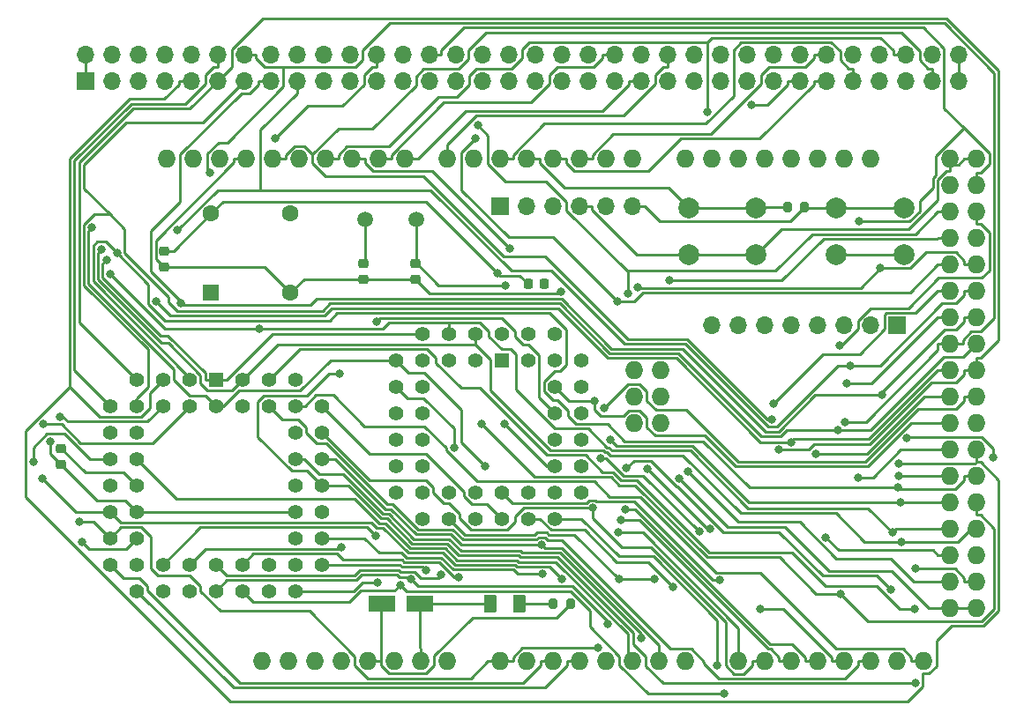
<source format=gbr>
%TF.GenerationSoftware,KiCad,Pcbnew,(6.0.2)*%
%TF.CreationDate,2022-08-12T14:47:39-07:00*%
%TF.ProjectId,Mega68k,4d656761-3638-46b2-9e6b-696361645f70,rev?*%
%TF.SameCoordinates,Original*%
%TF.FileFunction,Copper,L1,Top*%
%TF.FilePolarity,Positive*%
%FSLAX46Y46*%
G04 Gerber Fmt 4.6, Leading zero omitted, Abs format (unit mm)*
G04 Created by KiCad (PCBNEW (6.0.2)) date 2022-08-12 14:47:39*
%MOMM*%
%LPD*%
G01*
G04 APERTURE LIST*
G04 Aperture macros list*
%AMRoundRect*
0 Rectangle with rounded corners*
0 $1 Rounding radius*
0 $2 $3 $4 $5 $6 $7 $8 $9 X,Y pos of 4 corners*
0 Add a 4 corners polygon primitive as box body*
4,1,4,$2,$3,$4,$5,$6,$7,$8,$9,$2,$3,0*
0 Add four circle primitives for the rounded corners*
1,1,$1+$1,$2,$3*
1,1,$1+$1,$4,$5*
1,1,$1+$1,$6,$7*
1,1,$1+$1,$8,$9*
0 Add four rect primitives between the rounded corners*
20,1,$1+$1,$2,$3,$4,$5,0*
20,1,$1+$1,$4,$5,$6,$7,0*
20,1,$1+$1,$6,$7,$8,$9,0*
20,1,$1+$1,$8,$9,$2,$3,0*%
G04 Aperture macros list end*
%TA.AperFunction,SMDPad,CuDef*%
%ADD10RoundRect,0.250000X-1.050000X-0.550000X1.050000X-0.550000X1.050000X0.550000X-1.050000X0.550000X0*%
%TD*%
%TA.AperFunction,SMDPad,CuDef*%
%ADD11RoundRect,0.225000X-0.225000X-0.250000X0.225000X-0.250000X0.225000X0.250000X-0.225000X0.250000X0*%
%TD*%
%TA.AperFunction,SMDPad,CuDef*%
%ADD12RoundRect,0.225000X0.250000X-0.225000X0.250000X0.225000X-0.250000X0.225000X-0.250000X-0.225000X0*%
%TD*%
%TA.AperFunction,ComponentPad*%
%ADD13C,2.000000*%
%TD*%
%TA.AperFunction,ComponentPad*%
%ADD14R,1.600000X1.600000*%
%TD*%
%TA.AperFunction,ComponentPad*%
%ADD15C,1.600000*%
%TD*%
%TA.AperFunction,ComponentPad*%
%ADD16C,1.500000*%
%TD*%
%TA.AperFunction,SMDPad,CuDef*%
%ADD17RoundRect,0.225000X-0.250000X0.225000X-0.250000X-0.225000X0.250000X-0.225000X0.250000X0.225000X0*%
%TD*%
%TA.AperFunction,ComponentPad*%
%ADD18R,1.422400X1.422400*%
%TD*%
%TA.AperFunction,ComponentPad*%
%ADD19C,1.422400*%
%TD*%
%TA.AperFunction,ComponentPad*%
%ADD20R,1.700000X1.700000*%
%TD*%
%TA.AperFunction,ComponentPad*%
%ADD21O,1.700000X1.700000*%
%TD*%
%TA.AperFunction,ComponentPad*%
%ADD22O,1.727200X1.727200*%
%TD*%
%TA.AperFunction,SMDPad,CuDef*%
%ADD23RoundRect,0.250000X-0.375000X-0.625000X0.375000X-0.625000X0.375000X0.625000X-0.375000X0.625000X0*%
%TD*%
%TA.AperFunction,SMDPad,CuDef*%
%ADD24RoundRect,0.200000X-0.200000X-0.275000X0.200000X-0.275000X0.200000X0.275000X-0.200000X0.275000X0*%
%TD*%
%TA.AperFunction,SMDPad,CuDef*%
%ADD25RoundRect,0.200000X0.200000X0.275000X-0.200000X0.275000X-0.200000X-0.275000X0.200000X-0.275000X0*%
%TD*%
%TA.AperFunction,ViaPad*%
%ADD26C,0.800000*%
%TD*%
%TA.AperFunction,Conductor*%
%ADD27C,0.250000*%
%TD*%
G04 APERTURE END LIST*
D10*
%TO.P,C1,1*%
%TO.N,VCC*%
X87658800Y-103454200D03*
%TO.P,C1,2*%
%TO.N,GND*%
X91258800Y-103454200D03*
%TD*%
D11*
%TO.P,C6,1*%
%TO.N,VCC*%
X101688600Y-72720200D03*
%TO.P,C6,2*%
%TO.N,unconnected-(C6-Pad2)*%
X103238600Y-72720200D03*
%TD*%
D12*
%TO.P,C5,1*%
%TO.N,GND*%
X90855800Y-72250600D03*
%TO.P,C5,2*%
%TO.N,/68681_X2*%
X90855800Y-70700600D03*
%TD*%
D13*
%TO.P,SW2,1,1*%
%TO.N,/CPU_RST*%
X117044400Y-65364800D03*
X123544400Y-65364800D03*
%TO.P,SW2,2,2*%
%TO.N,VCC*%
X117044400Y-69864800D03*
X123544400Y-69864800D03*
%TD*%
D14*
%TO.P,X1,1,EN*%
%TO.N,unconnected-(X1-Pad1)*%
X71221600Y-73558400D03*
D15*
%TO.P,X1,4,GND*%
%TO.N,GND*%
X78841600Y-73558400D03*
%TO.P,X1,5,OUT*%
%TO.N,/CPU_CLK*%
X78841600Y-65938400D03*
%TO.P,X1,8,Vcc*%
%TO.N,VCC*%
X71221600Y-65938400D03*
%TD*%
D16*
%TO.P,Y1,1,1*%
%TO.N,/68681_X2*%
X90892800Y-66522600D03*
%TO.P,Y1,2,2*%
%TO.N,/68681_X1*%
X86012800Y-66522600D03*
%TD*%
D17*
%TO.P,C2,1*%
%TO.N,VCC*%
X56845200Y-88480600D03*
%TO.P,C2,2*%
%TO.N,GND*%
X56845200Y-90030600D03*
%TD*%
D18*
%TO.P,U2,1,NC*%
%TO.N,unconnected-(U2-Pad1)*%
X99136200Y-80010000D03*
D19*
%TO.P,U2,2,A1*%
%TO.N,/A0*%
X96596200Y-77470000D03*
%TO.P,U2,3,IP3*%
%TO.N,/IP3*%
X96596200Y-80010000D03*
%TO.P,U2,4,A2*%
%TO.N,/A1*%
X94056200Y-77470000D03*
%TO.P,U2,5,IP1*%
%TO.N,/CTSB*%
X94056200Y-80010000D03*
%TO.P,U2,6,A3*%
%TO.N,/A2*%
X91516200Y-77470000D03*
%TO.P,U2,7,A4*%
%TO.N,/A3*%
X88976200Y-80010000D03*
%TO.P,U2,8,IP0*%
%TO.N,/CTSA*%
X91516200Y-80010000D03*
%TO.P,U2,9,R/~{W}*%
%TO.N,/R~{W}*%
X88976200Y-82550000D03*
%TO.P,U2,10,~{DTACK}*%
%TO.N,/~{DTACK_UART}*%
X91516200Y-82550000D03*
%TO.P,U2,11,RxDB*%
%TO.N,/RxDB*%
X88976200Y-85090000D03*
%TO.P,U2,12,NC*%
%TO.N,unconnected-(U2-Pad12)*%
X91516200Y-85090000D03*
%TO.P,U2,13,TxDB*%
%TO.N,/TxDB*%
X88976200Y-87630000D03*
%TO.P,U2,14,OP1*%
%TO.N,/OP1*%
X91516200Y-87630000D03*
%TO.P,U2,15,OP3*%
%TO.N,/OP3*%
X88976200Y-90170000D03*
%TO.P,U2,16,OP5*%
%TO.N,/OP5*%
X91516200Y-90170000D03*
%TO.P,U2,17,OP7*%
%TO.N,/OP7*%
X88976200Y-92710000D03*
%TO.P,U2,18,D1*%
%TO.N,/D1*%
X91516200Y-95250000D03*
%TO.P,U2,19,D3*%
%TO.N,/D3*%
X91516200Y-92710000D03*
%TO.P,U2,20,D5*%
%TO.N,/D5*%
X94056200Y-95250000D03*
%TO.P,U2,21,D7*%
%TO.N,/D7*%
X94056200Y-92710000D03*
%TO.P,U2,22,GND*%
%TO.N,GND*%
X96596200Y-95250000D03*
%TO.P,U2,23,NC*%
%TO.N,unconnected-(U2-Pad23)*%
X96596200Y-92710000D03*
%TO.P,U2,24,~{INTRN}*%
%TO.N,/~{IPL2}*%
X99136200Y-95250000D03*
%TO.P,U2,25,D6*%
%TO.N,/D6*%
X99136200Y-92710000D03*
%TO.P,U2,26,D4*%
%TO.N,/D4*%
X101676200Y-95250000D03*
%TO.P,U2,27,D2*%
%TO.N,/D2*%
X101676200Y-92710000D03*
%TO.P,U2,28,D0*%
%TO.N,/D0*%
X104216200Y-95250000D03*
%TO.P,U2,29,OP6*%
%TO.N,/OP6*%
X106756200Y-92710000D03*
%TO.P,U2,30,OP4*%
%TO.N,/OP4*%
X104216200Y-92710000D03*
%TO.P,U2,31,OP2*%
%TO.N,/RTSB*%
X106756200Y-90170000D03*
%TO.P,U2,32,OP0*%
%TO.N,/RTSA*%
X104216200Y-90170000D03*
%TO.P,U2,33,TxDA*%
%TO.N,/TxDA*%
X106756200Y-87630000D03*
%TO.P,U2,34,NC*%
%TO.N,unconnected-(U2-Pad34)*%
X104216200Y-87630000D03*
%TO.P,U2,35,RxDA*%
%TO.N,/RxDA*%
X106756200Y-85090000D03*
%TO.P,U2,36,X1/CLK*%
%TO.N,/68681_X1*%
X104216200Y-85090000D03*
%TO.P,U2,37,X2*%
%TO.N,/68681_X2*%
X106756200Y-82550000D03*
%TO.P,U2,38,~{RESET}*%
%TO.N,/~{RESET}*%
X104216200Y-82550000D03*
%TO.P,U2,39,~{CS}*%
%TO.N,/~{UART_SEL}*%
X106756200Y-80010000D03*
%TO.P,U2,40,IP2*%
%TO.N,/IP2*%
X104216200Y-77470000D03*
%TO.P,U2,41,~{IACK}*%
%TO.N,unconnected-(U2-Pad41)*%
X104216200Y-80010000D03*
%TO.P,U2,42,IP5*%
%TO.N,/IP5*%
X101676200Y-77470000D03*
%TO.P,U2,43,IP4*%
%TO.N,/IP4*%
X101676200Y-80010000D03*
%TO.P,U2,44,Vcc*%
%TO.N,VCC*%
X99136200Y-77470000D03*
%TD*%
D20*
%TO.P,J3,1,Pin_1*%
%TO.N,unconnected-(J3-Pad1)*%
X137083800Y-76682600D03*
D21*
%TO.P,J3,2,Pin_2*%
%TO.N,/SDCS*%
X134543800Y-76682600D03*
%TO.P,J3,3,Pin_3*%
%TO.N,/SDD1*%
X132003800Y-76682600D03*
%TO.P,J3,4,Pin_4*%
%TO.N,/SDD0*%
X129463800Y-76682600D03*
%TO.P,J3,5,Pin_5*%
%TO.N,/SDCLK*%
X126923800Y-76682600D03*
%TO.P,J3,6,Pin_6*%
%TO.N,GND*%
X124383800Y-76682600D03*
%TO.P,J3,7,Pin_7*%
%TO.N,unconnected-(J3-Pad7)*%
X121843800Y-76682600D03*
%TO.P,J3,8,Pin_8*%
%TO.N,VCC*%
X119303800Y-76682600D03*
%TD*%
D12*
%TO.P,C4,1*%
%TO.N,GND*%
X85877400Y-72250600D03*
%TO.P,C4,2*%
%TO.N,/68681_X1*%
X85877400Y-70700600D03*
%TD*%
D21*
%TO.P,J4,68,Pin_68*%
%TO.N,VCC*%
X142961200Y-50652600D03*
%TO.P,J4,67,Pin_67*%
X142961200Y-53192600D03*
%TO.P,J4,66,Pin_66*%
%TO.N,/~{OE}*%
X140421200Y-50652600D03*
%TO.P,J4,65,Pin_65*%
%TO.N,/~{RAM_WE}*%
X140421200Y-53192600D03*
%TO.P,J4,64,Pin_64*%
%TO.N,/~{RAM_SEL}*%
X137881200Y-50652600D03*
%TO.P,J4,63,Pin_63*%
%TO.N,/~{ROM_SEL}*%
X137881200Y-53192600D03*
%TO.P,J4,62,Pin_62*%
%TO.N,/FC2*%
X135341200Y-50652600D03*
%TO.P,J4,61,Pin_61*%
%TO.N,/FC1*%
X135341200Y-53192600D03*
%TO.P,J4,60,Pin_60*%
%TO.N,/FC0*%
X132801200Y-50652600D03*
%TO.P,J4,59,Pin_59*%
%TO.N,/~{IPL2}*%
X132801200Y-53192600D03*
%TO.P,J4,58,Pin_58*%
%TO.N,/~{IPL1}*%
X130261200Y-50652600D03*
%TO.P,J4,57,Pin_57*%
%TO.N,/~{IPL0}*%
X130261200Y-53192600D03*
%TO.P,J4,56,Pin_56*%
%TO.N,/~{BG}*%
X127721200Y-50652600D03*
%TO.P,J4,55,Pin_55*%
%TO.N,/~{BR}*%
X127721200Y-53192600D03*
%TO.P,J4,54,Pin_54*%
%TO.N,/~{VPA}*%
X125181200Y-50652600D03*
%TO.P,J4,53,Pin_53*%
%TO.N,/~{BGACK}*%
X125181200Y-53192600D03*
%TO.P,J4,52,Pin_52*%
%TO.N,unconnected-(J4-Pad52)*%
X122641200Y-50652600D03*
%TO.P,J4,51,Pin_51*%
%TO.N,/E*%
X122641200Y-53192600D03*
%TO.P,J4,50,Pin_50*%
%TO.N,/~{DTACK}*%
X120101200Y-50652600D03*
%TO.P,J4,49,Pin_49*%
%TO.N,/~{BERR}*%
X120101200Y-53192600D03*
%TO.P,J4,48,Pin_48*%
%TO.N,/~{HALT}*%
X117561200Y-50652600D03*
%TO.P,J4,47,Pin_47*%
%TO.N,/~{RESET}*%
X117561200Y-53192600D03*
%TO.P,J4,46,Pin_46*%
%TO.N,/~{DS}*%
X115021200Y-50652600D03*
%TO.P,J4,45,Pin_45*%
%TO.N,unconnected-(J4-Pad45)*%
X115021200Y-53192600D03*
%TO.P,J4,44,Pin_44*%
%TO.N,/~{AS}*%
X112481200Y-50652600D03*
%TO.P,J4,43,Pin_43*%
%TO.N,/R~{W}*%
X112481200Y-53192600D03*
%TO.P,J4,42,Pin_42*%
%TO.N,/CPU_CLK*%
X109941200Y-50652600D03*
%TO.P,J4,41,Pin_41*%
%TO.N,unconnected-(J4-Pad41)*%
X109941200Y-53192600D03*
%TO.P,J4,40,Pin_40*%
%TO.N,unconnected-(J4-Pad40)*%
X107401200Y-50652600D03*
%TO.P,J4,39,Pin_39*%
%TO.N,unconnected-(J4-Pad39)*%
X107401200Y-53192600D03*
%TO.P,J4,38,Pin_38*%
%TO.N,unconnected-(J4-Pad38)*%
X104861200Y-50652600D03*
%TO.P,J4,37,Pin_37*%
%TO.N,unconnected-(J4-Pad37)*%
X104861200Y-53192600D03*
%TO.P,J4,36,Pin_36*%
%TO.N,unconnected-(J4-Pad36)*%
X102321200Y-50652600D03*
%TO.P,J4,35,Pin_35*%
%TO.N,unconnected-(J4-Pad35)*%
X102321200Y-53192600D03*
%TO.P,J4,34,Pin_34*%
%TO.N,/D7*%
X99781200Y-50652600D03*
%TO.P,J4,33,Pin_33*%
%TO.N,/D6*%
X99781200Y-53192600D03*
%TO.P,J4,32,Pin_32*%
%TO.N,/D5*%
X97241200Y-50652600D03*
%TO.P,J4,31,Pin_31*%
%TO.N,/D4*%
X97241200Y-53192600D03*
%TO.P,J4,30,Pin_30*%
%TO.N,/D3*%
X94701200Y-50652600D03*
%TO.P,J4,29,Pin_29*%
%TO.N,/D2*%
X94701200Y-53192600D03*
%TO.P,J4,28,Pin_28*%
%TO.N,/D1*%
X92161200Y-50652600D03*
%TO.P,J4,27,Pin_27*%
%TO.N,/D0*%
X92161200Y-53192600D03*
%TO.P,J4,26,Pin_26*%
%TO.N,unconnected-(J4-Pad26)*%
X89621200Y-50652600D03*
%TO.P,J4,25,Pin_25*%
%TO.N,unconnected-(J4-Pad25)*%
X89621200Y-53192600D03*
%TO.P,J4,24,Pin_24*%
%TO.N,/A21*%
X87081200Y-50652600D03*
%TO.P,J4,23,Pin_23*%
%TO.N,/A20*%
X87081200Y-53192600D03*
%TO.P,J4,22,Pin_22*%
%TO.N,/A19*%
X84541200Y-50652600D03*
%TO.P,J4,21,Pin_21*%
%TO.N,/A18*%
X84541200Y-53192600D03*
%TO.P,J4,20,Pin_20*%
%TO.N,/A17*%
X82001200Y-50652600D03*
%TO.P,J4,19,Pin_19*%
%TO.N,/A16*%
X82001200Y-53192600D03*
%TO.P,J4,18,Pin_18*%
%TO.N,/A15*%
X79461200Y-50652600D03*
%TO.P,J4,17,Pin_17*%
%TO.N,/A14*%
X79461200Y-53192600D03*
%TO.P,J4,16,Pin_16*%
%TO.N,/A13*%
X76921200Y-50652600D03*
%TO.P,J4,15,Pin_15*%
%TO.N,/A12*%
X76921200Y-53192600D03*
%TO.P,J4,14,Pin_14*%
%TO.N,/A11*%
X74381200Y-50652600D03*
%TO.P,J4,13,Pin_13*%
%TO.N,/A10*%
X74381200Y-53192600D03*
%TO.P,J4,12,Pin_12*%
%TO.N,/A9*%
X71841200Y-50652600D03*
%TO.P,J4,11,Pin_11*%
%TO.N,/A8*%
X71841200Y-53192600D03*
%TO.P,J4,10,Pin_10*%
%TO.N,/A7*%
X69301200Y-50652600D03*
%TO.P,J4,9,Pin_9*%
%TO.N,/A6*%
X69301200Y-53192600D03*
%TO.P,J4,8,Pin_8*%
%TO.N,/A5*%
X66761200Y-50652600D03*
%TO.P,J4,7,Pin_7*%
%TO.N,/A4*%
X66761200Y-53192600D03*
%TO.P,J4,6,Pin_6*%
%TO.N,/A3*%
X64221200Y-50652600D03*
%TO.P,J4,5,Pin_5*%
%TO.N,/A2*%
X64221200Y-53192600D03*
%TO.P,J4,4,Pin_4*%
%TO.N,/A1*%
X61681200Y-50652600D03*
%TO.P,J4,3,Pin_3*%
%TO.N,/A0*%
X61681200Y-53192600D03*
%TO.P,J4,2,Pin_2*%
%TO.N,GND*%
X59141200Y-50652600D03*
D20*
%TO.P,J4,1,Pin_1*%
X59141200Y-53192600D03*
%TD*%
D18*
%TO.P,IC1,1,A2*%
%TO.N,/A2*%
X71704200Y-81889600D03*
D19*
%TO.P,IC1,2,A3*%
%TO.N,/A3*%
X71704200Y-84429600D03*
%TO.P,IC1,3,A4*%
%TO.N,/A4*%
X69164200Y-81889600D03*
%TO.P,IC1,4,A5*%
%TO.N,/A5*%
X69164200Y-84429600D03*
%TO.P,IC1,5,A6*%
%TO.N,/A6*%
X66624200Y-81889600D03*
%TO.P,IC1,6,A7*%
%TO.N,/A7*%
X66624200Y-84429600D03*
%TO.P,IC1,7,A8*%
%TO.N,/A8*%
X64084200Y-81889600D03*
%TO.P,IC1,8,A9*%
%TO.N,/A9*%
X61544200Y-84429600D03*
%TO.P,IC1,9,A10*%
%TO.N,/A10*%
X64084200Y-84429600D03*
%TO.P,IC1,10,A11*%
%TO.N,/A11*%
X61544200Y-86969600D03*
%TO.P,IC1,11,A12*%
%TO.N,/A12*%
X64084200Y-86969600D03*
%TO.P,IC1,12,A13*%
%TO.N,/A13*%
X61544200Y-89509600D03*
%TO.P,IC1,13,A21*%
%TO.N,/A21*%
X64084200Y-89509600D03*
%TO.P,IC1,14,A14*%
%TO.N,/A14*%
X61544200Y-92049600D03*
%TO.P,IC1,15,VCC*%
%TO.N,VCC*%
X64084200Y-92049600D03*
%TO.P,IC1,16,A15*%
%TO.N,/A15*%
X61544200Y-94589600D03*
%TO.P,IC1,17,GND_1*%
%TO.N,GND*%
X64084200Y-94589600D03*
%TO.P,IC1,18,A16*%
%TO.N,/A16*%
X61544200Y-97129600D03*
%TO.P,IC1,19,A17*%
%TO.N,/A17*%
X64084200Y-97129600D03*
%TO.P,IC1,20,A18*%
%TO.N,/A18*%
X61544200Y-99669600D03*
%TO.P,IC1,21,A19*%
%TO.N,/A19*%
X64084200Y-102209600D03*
%TO.P,IC1,22,A20*%
%TO.N,/A20*%
X64084200Y-99669600D03*
%TO.P,IC1,23,D7*%
%TO.N,/D7*%
X66624200Y-102209600D03*
%TO.P,IC1,24,D6*%
%TO.N,/D6*%
X66624200Y-99669600D03*
%TO.P,IC1,25,D5*%
%TO.N,/D5*%
X69164200Y-102209600D03*
%TO.P,IC1,26,D4*%
%TO.N,/D4*%
X69164200Y-99669600D03*
%TO.P,IC1,27,D3*%
%TO.N,/D3*%
X71704200Y-102209600D03*
%TO.P,IC1,28,D2*%
%TO.N,/D2*%
X71704200Y-99669600D03*
%TO.P,IC1,29,D1*%
%TO.N,/D1*%
X74244200Y-102209600D03*
%TO.P,IC1,30,D0*%
%TO.N,/D0*%
X74244200Y-99669600D03*
%TO.P,IC1,31,~{AS}*%
%TO.N,/~{AS}*%
X76784200Y-102209600D03*
%TO.P,IC1,32,~{DS}*%
%TO.N,/~{DS}*%
X76784200Y-99669600D03*
%TO.P,IC1,33,R/~{W}*%
%TO.N,/R~{W}*%
X79324200Y-102209600D03*
%TO.P,IC1,34,~{DTACK}*%
%TO.N,/~{DTACK}*%
X81864200Y-99669600D03*
%TO.P,IC1,35,~{BG}*%
%TO.N,/~{BG}*%
X79324200Y-99669600D03*
%TO.P,IC1,36,~{BGACK}*%
%TO.N,/~{BGACK}*%
X81864200Y-97129600D03*
%TO.P,IC1,37,~{BR}*%
%TO.N,/~{BR}*%
X79324200Y-97129600D03*
%TO.P,IC1,38,CLK*%
%TO.N,/CPU_CLK*%
X81864200Y-94589600D03*
%TO.P,IC1,39,GND_2*%
%TO.N,GND*%
X79324200Y-94589600D03*
%TO.P,IC1,40,~{HALT}*%
%TO.N,/~{HALT}*%
X81864200Y-92049600D03*
%TO.P,IC1,41,~{RESET}*%
%TO.N,/~{RESET}*%
X79324200Y-92049600D03*
%TO.P,IC1,42,E*%
%TO.N,/E*%
X81864200Y-89509600D03*
%TO.P,IC1,43,~{VPA}*%
%TO.N,/~{VPA}*%
X79324200Y-89509600D03*
%TO.P,IC1,44,~{BERR}*%
%TO.N,/~{BERR}*%
X81864200Y-86969600D03*
%TO.P,IC1,45,~{IPL1}*%
%TO.N,/~{IPL1}*%
X79324200Y-86969600D03*
%TO.P,IC1,46,~{IPL2}*%
%TO.N,/~{IPL2}*%
X81864200Y-84429600D03*
%TO.P,IC1,47,~{IPL0}*%
%TO.N,/~{IPL0}*%
X79324200Y-81889600D03*
%TO.P,IC1,48,FC2*%
%TO.N,/FC2*%
X79324200Y-84429600D03*
%TO.P,IC1,49,FC1*%
%TO.N,/FC1*%
X76784200Y-81889600D03*
%TO.P,IC1,50,FC0*%
%TO.N,/FC0*%
X76784200Y-84429600D03*
%TO.P,IC1,51,A0*%
%TO.N,/A0*%
X74244200Y-81889600D03*
%TO.P,IC1,52,A1*%
%TO.N,/A1*%
X74244200Y-84429600D03*
%TD*%
D22*
%TO.P,XA1,*%
%TO.N,*%
X76149200Y-108940600D03*
%TO.P,XA1,3V3,3.3V*%
%TO.N,unconnected-(XA1-Pad3V3)*%
X83769200Y-108940600D03*
%TO.P,XA1,5V1,5V*%
%TO.N,VCC*%
X86309200Y-108940600D03*
%TO.P,XA1,5V2,SPI_5V*%
%TO.N,unconnected-(XA1-Pad5V2)*%
X114376200Y-81000600D03*
%TO.P,XA1,5V3,5V*%
%TO.N,VCC*%
X142189200Y-60680600D03*
%TO.P,XA1,5V4,5V*%
X144729200Y-60680600D03*
%TO.P,XA1,A0,A0*%
%TO.N,/A16*%
X99009200Y-108940600D03*
%TO.P,XA1,A1,A1*%
%TO.N,/A17*%
X101549200Y-108940600D03*
%TO.P,XA1,A2,A2*%
%TO.N,/A18*%
X104089200Y-108940600D03*
%TO.P,XA1,A3,A3*%
%TO.N,/A19*%
X106629200Y-108940600D03*
%TO.P,XA1,A4,A4*%
%TO.N,/A20*%
X109169200Y-108940600D03*
%TO.P,XA1,A5,A5*%
%TO.N,/A21*%
X111709200Y-108940600D03*
%TO.P,XA1,A6,A6*%
%TO.N,/E*%
X114249200Y-108940600D03*
%TO.P,XA1,A7,A7*%
%TO.N,unconnected-(XA1-PadA7)*%
X116789200Y-108940600D03*
%TO.P,XA1,A8,A8*%
%TO.N,/~{BGACK}*%
X121869200Y-108940600D03*
%TO.P,XA1,A9,A9*%
%TO.N,/~{BERR}*%
X124409200Y-108940600D03*
%TO.P,XA1,A10,A10*%
%TO.N,/~{BG}*%
X126949200Y-108940600D03*
%TO.P,XA1,A11,A11*%
%TO.N,/~{BR}*%
X129489200Y-108940600D03*
%TO.P,XA1,A12,A12*%
%TO.N,/~{VPA}*%
X132029200Y-108940600D03*
%TO.P,XA1,A13,A13*%
%TO.N,/FC0*%
X134569200Y-108940600D03*
%TO.P,XA1,A14,A14*%
%TO.N,/FC1*%
X137109200Y-108940600D03*
%TO.P,XA1,A15,A15*%
%TO.N,/FC2*%
X139649200Y-108940600D03*
%TO.P,XA1,AREF,AREF*%
%TO.N,unconnected-(XA1-PadAREF)*%
X72085200Y-60680600D03*
%TO.P,XA1,D0,D0_RX0*%
%TO.N,unconnected-(XA1-PadD0)*%
X111709200Y-60680600D03*
%TO.P,XA1,D1,D1_TX0*%
%TO.N,unconnected-(XA1-PadD1)*%
X109169200Y-60680600D03*
%TO.P,XA1,D2,D2_INT0*%
%TO.N,/~{IPL1}*%
X106629200Y-60680600D03*
%TO.P,XA1,D3,D3_INT1*%
%TO.N,/~{IPL0}*%
X104089200Y-60680600D03*
%TO.P,XA1,D4,D4*%
%TO.N,/CPU_RST*%
X101549200Y-60680600D03*
%TO.P,XA1,D5,D5*%
%TO.N,/~{IPL2}*%
X99009200Y-60680600D03*
%TO.P,XA1,D6,D6*%
%TO.N,/~{AS}*%
X96469200Y-60680600D03*
%TO.P,XA1,D7,D7*%
%TO.N,/~{DS}*%
X93929200Y-60680600D03*
%TO.P,XA1,D8,D8*%
%TO.N,/R~{W}*%
X89865200Y-60680600D03*
%TO.P,XA1,D9,D9*%
%TO.N,/CPU_CLK*%
X87325200Y-60680600D03*
%TO.P,XA1,D10,D10*%
%TO.N,/~{UART_SEL}*%
X84785200Y-60680600D03*
%TO.P,XA1,D11,D11*%
%TO.N,/~{RAM_SEL}*%
X82245200Y-60680600D03*
%TO.P,XA1,D12,D12*%
%TO.N,/~{DTACK_UART}*%
X79705200Y-60680600D03*
%TO.P,XA1,D13,D13*%
%TO.N,/~{RAM_WE}*%
X77165200Y-60680600D03*
%TO.P,XA1,D14,D14_TX3*%
%TO.N,unconnected-(XA1-PadD14)*%
X116789200Y-60680600D03*
%TO.P,XA1,D15,D15_RX3*%
%TO.N,unconnected-(XA1-PadD15)*%
X119329200Y-60680600D03*
%TO.P,XA1,D16,D16_TX2*%
%TO.N,unconnected-(XA1-PadD16)*%
X121869200Y-60680600D03*
%TO.P,XA1,D17,D17_RX2*%
%TO.N,unconnected-(XA1-PadD17)*%
X124409200Y-60680600D03*
%TO.P,XA1,D18,D18_TX1*%
%TO.N,unconnected-(XA1-PadD18)*%
X126949200Y-60680600D03*
%TO.P,XA1,D19,D19_RX1*%
%TO.N,unconnected-(XA1-PadD19)*%
X129489200Y-60680600D03*
%TO.P,XA1,D20,D20_SDA*%
%TO.N,unconnected-(XA1-PadD20)*%
X132029200Y-60680600D03*
%TO.P,XA1,D21,D21_SCL*%
%TO.N,unconnected-(XA1-PadD21)*%
X134569200Y-60680600D03*
%TO.P,XA1,D22,D22*%
%TO.N,/D0*%
X142189200Y-63220600D03*
%TO.P,XA1,D23,D23*%
%TO.N,/D1*%
X144729200Y-63220600D03*
%TO.P,XA1,D24,D24*%
%TO.N,/D2*%
X142189200Y-65760600D03*
%TO.P,XA1,D25,D25*%
%TO.N,/D3*%
X144729200Y-65760600D03*
%TO.P,XA1,D26,D26*%
%TO.N,/D4*%
X142189200Y-68300600D03*
%TO.P,XA1,D27,D27*%
%TO.N,/D5*%
X144729200Y-68300600D03*
%TO.P,XA1,D28,D28*%
%TO.N,/D6*%
X142189200Y-70840600D03*
%TO.P,XA1,D29,D29*%
%TO.N,/D7*%
X144729200Y-70840600D03*
%TO.P,XA1,D30,D30*%
%TO.N,/A15*%
X142189200Y-73380600D03*
%TO.P,XA1,D31,D31*%
%TO.N,/A14*%
X144729200Y-73380600D03*
%TO.P,XA1,D32,D32*%
%TO.N,/A13*%
X142189200Y-75920600D03*
%TO.P,XA1,D33,D33*%
%TO.N,/A12*%
X144729200Y-75920600D03*
%TO.P,XA1,D34,D34*%
%TO.N,/A11*%
X142189200Y-78460600D03*
%TO.P,XA1,D35,D35*%
%TO.N,/A10*%
X144729200Y-78460600D03*
%TO.P,XA1,D36,D36*%
%TO.N,/A9*%
X142189200Y-81000600D03*
%TO.P,XA1,D37,D37*%
%TO.N,/A8*%
X144729200Y-81000600D03*
%TO.P,XA1,D38,D38*%
%TO.N,/~{OE}*%
X142189200Y-83540600D03*
%TO.P,XA1,D39,D39*%
%TO.N,/~{DTACK}*%
X144729200Y-83540600D03*
%TO.P,XA1,D40,D40*%
%TO.N,/~{RESET}*%
X142189200Y-86080600D03*
%TO.P,XA1,D41,D41*%
%TO.N,/~{HALT}*%
X144729200Y-86080600D03*
%TO.P,XA1,D42,D42*%
%TO.N,/A7*%
X142189200Y-88620600D03*
%TO.P,XA1,D43,D43*%
%TO.N,/A6*%
X144729200Y-88620600D03*
%TO.P,XA1,D44,D44*%
%TO.N,/A5*%
X142189200Y-91160600D03*
%TO.P,XA1,D45,D45*%
%TO.N,/A4*%
X144729200Y-91160600D03*
%TO.P,XA1,D46,D46*%
%TO.N,/A3*%
X142189200Y-93700600D03*
%TO.P,XA1,D47,D47*%
%TO.N,/A2*%
X144729200Y-93700600D03*
%TO.P,XA1,D48,D48*%
%TO.N,/A1*%
X142189200Y-96240600D03*
%TO.P,XA1,D49,D49*%
%TO.N,/A0*%
X144729200Y-96240600D03*
%TO.P,XA1,D50,D50*%
%TO.N,/SDD0*%
X142189200Y-98780600D03*
%TO.P,XA1,D51,D51*%
%TO.N,/SDD1*%
X144729200Y-98780600D03*
%TO.P,XA1,D52,D52*%
%TO.N,/SDCLK*%
X142189200Y-101320600D03*
%TO.P,XA1,D53,D53_SS*%
%TO.N,/SDCS*%
X144729200Y-101320600D03*
%TO.P,XA1,GND1,GND*%
%TO.N,GND*%
X74625200Y-60680600D03*
%TO.P,XA1,GND2,GND*%
X88849200Y-108940600D03*
%TO.P,XA1,GND3,GND*%
X91389200Y-108940600D03*
%TO.P,XA1,GND4,SPI_GND*%
%TO.N,unconnected-(XA1-PadGND4)*%
X114376200Y-86080600D03*
%TO.P,XA1,GND5,GND*%
%TO.N,GND*%
X142189200Y-103860600D03*
%TO.P,XA1,GND6,GND*%
X144729200Y-103860600D03*
%TO.P,XA1,IORF,IOREF*%
%TO.N,unconnected-(XA1-PadIORF)*%
X78689200Y-108940600D03*
%TO.P,XA1,MISO,SPI_MISO*%
%TO.N,unconnected-(XA1-PadMISO)*%
X111836200Y-81000600D03*
%TO.P,XA1,MOSI,SPI_MOSI*%
%TO.N,unconnected-(XA1-PadMOSI)*%
X114376200Y-83540600D03*
%TO.P,XA1,RST1,RESET*%
%TO.N,/~{ARD_RESET}*%
X81229200Y-108940600D03*
%TO.P,XA1,RST2,SPI_RESET*%
%TO.N,unconnected-(XA1-PadRST2)*%
X111836200Y-86080600D03*
%TO.P,XA1,SCK,SPI_SCK*%
%TO.N,unconnected-(XA1-PadSCK)*%
X111836200Y-83540600D03*
%TO.P,XA1,SCL,SCL*%
%TO.N,unconnected-(XA1-PadSCL)*%
X67005200Y-60680600D03*
%TO.P,XA1,SDA,SDA*%
%TO.N,unconnected-(XA1-PadSDA)*%
X69545200Y-60680600D03*
%TO.P,XA1,VIN,VIN*%
%TO.N,unconnected-(XA1-PadVIN)*%
X93929200Y-108940600D03*
%TD*%
D23*
%TO.P,D1,1,K*%
%TO.N,GND*%
X98041000Y-103454200D03*
%TO.P,D1,2,A*%
%TO.N,Net-(D1-Pad2)*%
X100841000Y-103454200D03*
%TD*%
D24*
%TO.P,R6,1*%
%TO.N,/CPU_RST*%
X126530600Y-65352200D03*
%TO.P,R6,2*%
%TO.N,GND*%
X128180600Y-65352200D03*
%TD*%
D25*
%TO.P,R1,1*%
%TO.N,VCC*%
X105714800Y-103428800D03*
%TO.P,R1,2*%
%TO.N,Net-(D1-Pad2)*%
X104064800Y-103428800D03*
%TD*%
D13*
%TO.P,SW1,1,1*%
%TO.N,GND*%
X137741800Y-65364800D03*
X131241800Y-65364800D03*
%TO.P,SW1,2,2*%
%TO.N,/~{ARD_RESET}*%
X137741800Y-69864800D03*
X131241800Y-69864800D03*
%TD*%
D17*
%TO.P,C3,1*%
%TO.N,VCC*%
X66751200Y-69557600D03*
%TO.P,C3,2*%
%TO.N,GND*%
X66751200Y-71107600D03*
%TD*%
D20*
%TO.P,J5,1,Pin_1*%
%TO.N,/RTSA*%
X98983800Y-65227200D03*
D21*
%TO.P,J5,2,Pin_2*%
%TO.N,/TxDA*%
X101523800Y-65227200D03*
%TO.P,J5,3,Pin_3*%
%TO.N,/RxDA*%
X104063800Y-65227200D03*
%TO.P,J5,4,Pin_4*%
%TO.N,VCC*%
X106603800Y-65227200D03*
%TO.P,J5,5,Pin_5*%
%TO.N,/CTSA*%
X109143800Y-65227200D03*
%TO.P,J5,6,Pin_6*%
%TO.N,GND*%
X111683800Y-65227200D03*
%TD*%
D26*
%TO.N,/~{BERR}*%
X107824200Y-94220500D03*
%TO.N,/~{VPA}*%
X123964500Y-103910800D03*
X112473800Y-106679200D03*
%TO.N,/~{HALT}*%
X83542600Y-81289100D03*
X138836000Y-111055800D03*
%TO.N,/~{BR}*%
X123067200Y-55468300D03*
X111003000Y-94326000D03*
%TO.N,/~{BGACK}*%
X110349500Y-96587200D03*
X103023200Y-100575800D03*
%TO.N,/~{BG}*%
X110602000Y-95389900D03*
%TO.N,/~{DTACK}*%
X108928800Y-84637100D03*
X91844300Y-100193700D03*
%TO.N,/~{UART_SEL}*%
X99930200Y-69313500D03*
%TO.N,/~{RESET}*%
X108062100Y-83941400D03*
%TO.N,/~{RAM_WE}*%
X125051300Y-85695000D03*
%TO.N,/~{OE}*%
X129317300Y-89052700D03*
%TO.N,/RTSA*%
X99398500Y-86130600D03*
%TO.N,/68681_X2*%
X99436400Y-72851500D03*
%TO.N,/68681_X1*%
X87115700Y-76285200D03*
%TO.N,/SDCLK*%
X116987000Y-90711700D03*
%TO.N,/SDD0*%
X130241600Y-97073200D03*
%TO.N,/SDD1*%
X146333500Y-89337400D03*
X137981900Y-87524100D03*
%TO.N,/SDCS*%
X138862800Y-100067800D03*
%TO.N,/A0*%
X60663900Y-69388200D03*
X137464800Y-97461800D03*
%TO.N,/R~{W}*%
X94541100Y-88387900D03*
X87160000Y-101360800D03*
%TO.N,/~{RAM_SEL}*%
X118831200Y-56131100D03*
X113127000Y-90461000D03*
X119079300Y-96217100D03*
%TO.N,/D5*%
X110359300Y-101057700D03*
X113780000Y-101057700D03*
%TO.N,/D6*%
X120081200Y-101160300D03*
X86991700Y-96864600D03*
X96632500Y-58681700D03*
X110214300Y-74372300D03*
%TO.N,/D7*%
X108605800Y-89453100D03*
X118078900Y-96506900D03*
X112146400Y-73042200D03*
X135478800Y-71191700D03*
%TO.N,/A21*%
X77413900Y-58702400D03*
%TO.N,/A17*%
X58834600Y-97516000D03*
%TO.N,/A16*%
X58622800Y-95506900D03*
X108332800Y-107669100D03*
%TO.N,/A15*%
X55033000Y-91386600D03*
X104897100Y-101011000D03*
X125193700Y-84227900D03*
%TO.N,/A14*%
X132612500Y-80538000D03*
X68013000Y-67525400D03*
%TO.N,/A13*%
X132243500Y-82270600D03*
X54154500Y-89810800D03*
%TO.N,/A12*%
X68291900Y-74575400D03*
X135597600Y-83369000D03*
%TO.N,/A11*%
X71100900Y-62021200D03*
X132089900Y-85966500D03*
%TO.N,/A10*%
X131426500Y-86731600D03*
%TO.N,/A9*%
X126886100Y-87884500D03*
X65940500Y-74363600D03*
%TO.N,/A8*%
X125762200Y-88611800D03*
%TO.N,/A7*%
X56715500Y-85439700D03*
X133342200Y-91286900D03*
%TO.N,/A6*%
X137209100Y-89930900D03*
%TO.N,/A5*%
X137232600Y-91160600D03*
X55123700Y-86184300D03*
%TO.N,/A4*%
X137161100Y-92257900D03*
X62183400Y-69713100D03*
%TO.N,/A3*%
X59746400Y-67282200D03*
X137397800Y-93700600D03*
X97555200Y-90237400D03*
X109514500Y-87673200D03*
%TO.N,/A2*%
X61183000Y-70380600D03*
X131649700Y-102481600D03*
X97174600Y-86103900D03*
%TO.N,/A1*%
X136617600Y-96574200D03*
X75824900Y-77010500D03*
X61538200Y-71784300D03*
%TO.N,/FC1*%
X138798000Y-103905200D03*
%TO.N,/E*%
X102970400Y-97774200D03*
%TO.N,/D0*%
X119802600Y-109375600D03*
X95017400Y-100914700D03*
%TO.N,/D1*%
X120461900Y-112092500D03*
X133452700Y-66702700D03*
X89386700Y-101632700D03*
%TO.N,/D2*%
X111092600Y-90403900D03*
X136486700Y-102079000D03*
X96820800Y-57458600D03*
X93295000Y-100646800D03*
X111251000Y-73625500D03*
%TO.N,/D3*%
X90447200Y-101072200D03*
X109267000Y-105399800D03*
X131606800Y-78627200D03*
%TO.N,/D4*%
X115584100Y-101796100D03*
X115203700Y-72350800D03*
X83756100Y-98021200D03*
%TO.N,GND*%
X116191600Y-91390900D03*
X104813400Y-73405700D03*
X55808000Y-87862300D03*
%TO.N,VCC*%
X98715900Y-71659500D03*
%TD*%
D27*
%TO.N,/A10*%
X59010920Y-61209434D02*
X63070354Y-57150000D01*
X59010920Y-63494920D02*
X59010920Y-61209434D01*
X70423800Y-57150000D02*
X74381200Y-53192600D01*
X61504200Y-65988200D02*
X59010920Y-63494920D01*
X63070354Y-57150000D02*
X70423800Y-57150000D01*
%TO.N,/A8*%
X58561400Y-76366800D02*
X64084200Y-81889600D01*
X63743836Y-55840800D02*
X58561400Y-61023236D01*
X58561400Y-61023236D02*
X58561400Y-76366800D01*
X69193000Y-55840800D02*
X63743836Y-55840800D01*
X71841200Y-53192600D02*
X69193000Y-55840800D01*
%TO.N,/A9*%
X58111100Y-80996500D02*
X61544200Y-84429600D01*
X63558518Y-55390400D02*
X58111100Y-60837818D01*
X68769800Y-55390400D02*
X63558518Y-55390400D01*
X70665900Y-53494300D02*
X68769800Y-55390400D01*
X70665900Y-52635800D02*
X70665900Y-53494300D01*
X71473800Y-51827900D02*
X70665900Y-52635800D01*
X58111100Y-60837818D02*
X58111100Y-80996500D01*
X71841200Y-50652600D02*
X71841200Y-51827900D01*
X71841200Y-51827900D02*
X71473800Y-51827900D01*
%TO.N,/A6*%
X63373100Y-54940100D02*
X66745700Y-54940100D01*
X68125900Y-53559900D02*
X68125900Y-53192600D01*
X57644500Y-60668700D02*
X63373100Y-54940100D01*
X66745700Y-54940100D02*
X68125900Y-53559900D01*
X68125900Y-53192600D02*
X69301200Y-53192600D01*
X57644500Y-82616700D02*
X57644500Y-60668700D01*
%TO.N,/~{RAM_WE}*%
X124625518Y-85695000D02*
X125051300Y-85695000D01*
X116941018Y-78010500D02*
X124625518Y-85695000D01*
X103259500Y-70038800D02*
X111231200Y-78010500D01*
X99287400Y-70038800D02*
X103259500Y-70038800D01*
X91568500Y-62319900D02*
X99287400Y-70038800D01*
X80975200Y-61113600D02*
X82181500Y-62319900D01*
X82181500Y-62319900D02*
X91568500Y-62319900D01*
X80975200Y-60258600D02*
X80975200Y-61113600D01*
X111231200Y-78010500D02*
X116941018Y-78010500D01*
%TO.N,/A14*%
X92282500Y-63670800D02*
X75970800Y-63670800D01*
X116756380Y-78461580D02*
X110895080Y-78461580D01*
X125522200Y-86420400D02*
X124715200Y-86420400D01*
X103867800Y-71434300D02*
X100046000Y-71434300D01*
X131404600Y-80538000D02*
X125522200Y-86420400D01*
X110895080Y-78461580D02*
X103867800Y-71434300D01*
X100046000Y-71434300D02*
X92282500Y-63670800D01*
X132612500Y-80538000D02*
X131404600Y-80538000D01*
X124715200Y-86420400D02*
X116756380Y-78461580D01*
%TO.N,/D6*%
X111842200Y-74372300D02*
X110214300Y-74372300D01*
X112688880Y-73525620D02*
X111842200Y-74372300D01*
X141000300Y-70840600D02*
X138315280Y-73525620D01*
X138315280Y-73525620D02*
X112688880Y-73525620D01*
X142189200Y-70840600D02*
X141000300Y-70840600D01*
%TO.N,/A6*%
X145100700Y-89809500D02*
X144729200Y-89809500D01*
X146846600Y-104099018D02*
X146846600Y-91555400D01*
X145396298Y-105549320D02*
X146846600Y-104099018D01*
X142278480Y-105549320D02*
X145396298Y-105549320D01*
X146846600Y-91555400D02*
X145100700Y-89809500D01*
X140837311Y-106990489D02*
X142278480Y-105549320D01*
X140837311Y-109432733D02*
X140837311Y-106990489D01*
X139560511Y-111355903D02*
X139560511Y-110128711D01*
X138098614Y-112817800D02*
X139560511Y-111355903D01*
X73084900Y-112817800D02*
X138098614Y-112817800D01*
X53429200Y-93162100D02*
X73084900Y-112817800D01*
X140141333Y-110128711D02*
X140837311Y-109432733D01*
X53429200Y-86832000D02*
X53429200Y-93162100D01*
X57644500Y-82616700D02*
X53429200Y-86832000D01*
X139560511Y-110128711D02*
X140141333Y-110128711D01*
%TO.N,/D1*%
X138278400Y-66702700D02*
X133452700Y-66702700D01*
X139229100Y-64732900D02*
X139229100Y-65752000D01*
X139229100Y-65752000D02*
X138278400Y-66702700D01*
X140550780Y-62500603D02*
X140550780Y-63411220D01*
X140550780Y-63411220D02*
X139229100Y-64732900D01*
X140811800Y-60376500D02*
X140811800Y-62239582D01*
X140811800Y-62239582D02*
X140550780Y-62500603D01*
X143483000Y-57705300D02*
X140811800Y-60376500D01*
%TO.N,/~{IPL0}*%
X129085900Y-53559900D02*
X129085900Y-53192600D01*
X123897000Y-58748800D02*
X129085900Y-53559900D01*
X116317700Y-58748800D02*
X123897000Y-58748800D01*
X113196100Y-61870400D02*
X116317700Y-58748800D01*
X106096400Y-61870400D02*
X113196100Y-61870400D01*
X105278100Y-61052100D02*
X106096400Y-61870400D01*
X105278100Y-60680600D02*
X105278100Y-61052100D01*
X104089200Y-60680600D02*
X105278100Y-60680600D01*
X130261200Y-53192600D02*
X129085900Y-53192600D01*
%TO.N,/~{IPL2}*%
X99009200Y-60680600D02*
X100198100Y-60680600D01*
X132801200Y-53192600D02*
X132801200Y-52017300D01*
X100198100Y-60309000D02*
X100198100Y-60680600D01*
X103200300Y-57306800D02*
X100198100Y-60309000D01*
X118706800Y-57306800D02*
X103200300Y-57306800D01*
X121371200Y-54642400D02*
X118706800Y-57306800D01*
X121371200Y-50214400D02*
X121371200Y-54642400D01*
X122108300Y-49477300D02*
X121371200Y-50214400D01*
X130750200Y-49477300D02*
X122108300Y-49477300D01*
X131625900Y-50353000D02*
X130750200Y-49477300D01*
X131625900Y-51209400D02*
X131625900Y-50353000D01*
X132433800Y-52017300D02*
X131625900Y-51209400D01*
X132801200Y-52017300D02*
X132433800Y-52017300D01*
X86453500Y-89018900D02*
X81864200Y-84429600D01*
X91853800Y-89018900D02*
X86453500Y-89018900D01*
X95483600Y-92648700D02*
X91853800Y-89018900D01*
X95483600Y-93063300D02*
X95483600Y-92648700D01*
X96240900Y-93820600D02*
X95483600Y-93063300D01*
X97706800Y-93820600D02*
X96240900Y-93820600D01*
X99136200Y-95250000D02*
X97706800Y-93820600D01*
%TO.N,/~{IPL1}*%
X129085900Y-51020000D02*
X129085900Y-50652600D01*
X128278000Y-51827900D02*
X129085900Y-51020000D01*
X124786300Y-51827900D02*
X128278000Y-51827900D01*
X124005800Y-52608400D02*
X124786300Y-51827900D01*
X124005800Y-53490300D02*
X124005800Y-52608400D01*
X119197700Y-58298400D02*
X124005800Y-53490300D01*
X109828800Y-58298400D02*
X119197700Y-58298400D01*
X107818100Y-60309100D02*
X109828800Y-58298400D01*
X107818100Y-60680600D02*
X107818100Y-60309100D01*
X106629200Y-60680600D02*
X107818100Y-60680600D01*
X130261200Y-50652600D02*
X129085900Y-50652600D01*
%TO.N,/~{BERR}*%
X124409200Y-108940600D02*
X123220300Y-108940600D01*
X107824200Y-95163500D02*
X107824200Y-94220500D01*
X110692400Y-98031700D02*
X107824200Y-95163500D01*
X113482500Y-98031700D02*
X110692400Y-98031700D01*
X120611100Y-105160300D02*
X113482500Y-98031700D01*
X120611100Y-109367500D02*
X120611100Y-105160300D01*
X121398600Y-110155000D02*
X120611100Y-109367500D01*
X122377400Y-110155000D02*
X121398600Y-110155000D01*
X123220300Y-109312100D02*
X122377400Y-110155000D01*
X123220300Y-108940600D02*
X123220300Y-109312100D01*
X86433800Y-91539200D02*
X81864200Y-86969600D01*
X91865900Y-91539200D02*
X86433800Y-91539200D01*
X92552800Y-92226100D02*
X91865900Y-91539200D01*
X92552800Y-92727100D02*
X92552800Y-92226100D01*
X93572300Y-93746600D02*
X92552800Y-92727100D01*
X94082900Y-93746600D02*
X93572300Y-93746600D01*
X95092800Y-94756500D02*
X94082900Y-93746600D01*
X95092800Y-95222500D02*
X95092800Y-94756500D01*
X96159100Y-96288800D02*
X95092800Y-95222500D01*
X99621500Y-96288800D02*
X96159100Y-96288800D01*
X100406200Y-95504100D02*
X99621500Y-96288800D01*
X100406200Y-95034400D02*
X100406200Y-95504100D01*
X101243600Y-94197000D02*
X100406200Y-95034400D01*
X107800700Y-94197000D02*
X101243600Y-94197000D01*
X107824200Y-94220500D02*
X107800700Y-94197000D01*
%TO.N,/~{VPA}*%
X126182000Y-103910800D02*
X123964500Y-103910800D01*
X130840300Y-108569100D02*
X126182000Y-103910800D01*
X130840300Y-108940600D02*
X130840300Y-108569100D01*
X132029200Y-108940600D02*
X130840300Y-108940600D01*
X80167400Y-89509600D02*
X79324200Y-89509600D01*
X81596700Y-90938900D02*
X80167400Y-89509600D01*
X83899300Y-90938900D02*
X81596700Y-90938900D01*
X87748800Y-94788400D02*
X83899300Y-90938900D01*
X88295500Y-94788400D02*
X87748800Y-94788400D01*
X90701800Y-97194700D02*
X88295500Y-94788400D01*
X94053200Y-97194700D02*
X90701800Y-97194700D01*
X95200400Y-98341900D02*
X94053200Y-97194700D01*
X100956400Y-98341900D02*
X95200400Y-98341900D01*
X101114100Y-98499600D02*
X100956400Y-98341900D01*
X104700000Y-98499600D02*
X101114100Y-98499600D01*
X112473800Y-106273400D02*
X104700000Y-98499600D01*
X112473800Y-106679200D02*
X112473800Y-106273400D01*
%TO.N,/~{HALT}*%
X80434800Y-90620200D02*
X81864200Y-92049600D01*
X78969000Y-90620200D02*
X80434800Y-90620200D01*
X75723700Y-87374900D02*
X78969000Y-90620200D01*
X75723700Y-83988400D02*
X75723700Y-87374900D01*
X76319100Y-83393000D02*
X75723700Y-83988400D01*
X80415800Y-83393000D02*
X76319100Y-83393000D01*
X82519700Y-81289100D02*
X80415800Y-83393000D01*
X83542600Y-81289100D02*
X82519700Y-81289100D01*
X84373100Y-92049600D02*
X81864200Y-92049600D01*
X87562200Y-95238700D02*
X84373100Y-92049600D01*
X88108900Y-95238700D02*
X87562200Y-95238700D01*
X90515200Y-97645000D02*
X88108900Y-95238700D01*
X93866600Y-97645000D02*
X90515200Y-97645000D01*
X95013800Y-98792200D02*
X93866600Y-97645000D01*
X100769800Y-98792200D02*
X95013800Y-98792200D01*
X100927500Y-98949900D02*
X100769800Y-98792200D01*
X104513400Y-98949900D02*
X100927500Y-98949900D01*
X111748500Y-106185000D02*
X104513400Y-98949900D01*
X111748500Y-107295100D02*
X111748500Y-106185000D01*
X112979200Y-108525800D02*
X111748500Y-107295100D01*
X112979200Y-109390300D02*
X112979200Y-108525800D01*
X114644700Y-111055800D02*
X112979200Y-109390300D01*
X138836000Y-111055800D02*
X114644700Y-111055800D01*
%TO.N,/~{BR}*%
X127721200Y-53192600D02*
X126545900Y-53192600D01*
X124637500Y-55468300D02*
X123067200Y-55468300D01*
X126545900Y-53559900D02*
X124637500Y-55468300D01*
X126545900Y-53192600D02*
X126545900Y-53559900D01*
X129489200Y-108940600D02*
X128300300Y-108940600D01*
X111914900Y-94326000D02*
X111003000Y-94326000D01*
X124890300Y-107301400D02*
X111914900Y-94326000D01*
X127032700Y-107301400D02*
X124890300Y-107301400D01*
X128300300Y-108569000D02*
X127032700Y-107301400D01*
X128300300Y-108940600D02*
X128300300Y-108569000D01*
%TO.N,/~{BGACK}*%
X121869200Y-108940600D02*
X121869200Y-107751700D01*
X112674900Y-96587200D02*
X110349500Y-96587200D01*
X121869200Y-105781500D02*
X112674900Y-96587200D01*
X121869200Y-107751700D02*
X121869200Y-105781500D01*
X85918200Y-97129600D02*
X81864200Y-97129600D01*
X87334400Y-98545800D02*
X85918200Y-97129600D01*
X89505300Y-98545800D02*
X87334400Y-98545800D01*
X89955400Y-98995900D02*
X89505300Y-98545800D01*
X93306800Y-98995900D02*
X89955400Y-98995900D01*
X94454000Y-100143100D02*
X93306800Y-98995900D01*
X100210000Y-100143100D02*
X94454000Y-100143100D01*
X100642700Y-100575800D02*
X100210000Y-100143100D01*
X103023200Y-100575800D02*
X100642700Y-100575800D01*
%TO.N,/~{BG}*%
X126949200Y-108940600D02*
X125760300Y-108940600D01*
X112341900Y-95389900D02*
X110602000Y-95389900D01*
X124703700Y-107751700D02*
X112341900Y-95389900D01*
X124942800Y-107751700D02*
X124703700Y-107751700D01*
X125760300Y-108569200D02*
X124942800Y-107751700D01*
X125760300Y-108940600D02*
X125760300Y-108569200D01*
%TO.N,/~{DTACK}*%
X144729200Y-83540600D02*
X143540300Y-83540600D01*
X111214200Y-82351700D02*
X108928800Y-84637100D01*
X112328700Y-82351700D02*
X111214200Y-82351700D01*
X113025100Y-83048100D02*
X112328700Y-82351700D01*
X113025100Y-83910200D02*
X113025100Y-83048100D01*
X113929100Y-84814200D02*
X113025100Y-83910200D01*
X116832300Y-84814200D02*
X113929100Y-84814200D01*
X121812600Y-89794500D02*
X116832300Y-84814200D01*
X134048900Y-89794500D02*
X121812600Y-89794500D01*
X139113900Y-84729500D02*
X134048900Y-89794500D01*
X142723000Y-84729500D02*
X139113900Y-84729500D01*
X143540300Y-83912200D02*
X142723000Y-84729500D01*
X143540300Y-83540600D02*
X143540300Y-83912200D01*
X91547200Y-99896600D02*
X91844300Y-100193700D01*
X89582300Y-99896600D02*
X91547200Y-99896600D01*
X89355300Y-99669600D02*
X89582300Y-99896600D01*
X81864200Y-99669600D02*
X89355300Y-99669600D01*
%TO.N,/~{UART_SEL}*%
X92486200Y-61869500D02*
X99930200Y-69313500D01*
X86791400Y-61869500D02*
X92486200Y-61869500D01*
X85974100Y-61052200D02*
X86791400Y-61869500D01*
X85974100Y-60680600D02*
X85974100Y-61052200D01*
X84785200Y-60680600D02*
X85974100Y-60680600D01*
%TO.N,/~{RESET}*%
X142189200Y-86080600D02*
X141000300Y-86080600D01*
X105607600Y-83941400D02*
X104216200Y-82550000D01*
X108062100Y-83941400D02*
X105607600Y-83941400D01*
X108062100Y-84814200D02*
X108062100Y-83941400D01*
X108632800Y-85384900D02*
X108062100Y-84814200D01*
X110850500Y-85384900D02*
X108632800Y-85384900D01*
X111343700Y-84891700D02*
X110850500Y-85384900D01*
X112328700Y-84891700D02*
X111343700Y-84891700D01*
X113025100Y-85588100D02*
X112328700Y-84891700D01*
X113025100Y-86450100D02*
X113025100Y-85588100D01*
X113844500Y-87269500D02*
X113025100Y-86450100D01*
X118639400Y-87269500D02*
X113844500Y-87269500D01*
X121614700Y-90244800D02*
X118639400Y-87269500D01*
X134235500Y-90244800D02*
X121614700Y-90244800D01*
X138399700Y-86080600D02*
X134235500Y-90244800D01*
X141000300Y-86080600D02*
X138399700Y-86080600D01*
%TO.N,/~{RAM_WE}*%
X140421200Y-53192600D02*
X140421200Y-52017300D01*
X77165200Y-60680600D02*
X78354100Y-60680600D01*
X140053800Y-52017300D02*
X140421200Y-52017300D01*
X139245900Y-51209400D02*
X140053800Y-52017300D01*
X139245900Y-50334400D02*
X139245900Y-51209400D01*
X137488200Y-48576700D02*
X139245900Y-50334400D01*
X97576300Y-48576700D02*
X137488200Y-48576700D01*
X95928500Y-50224500D02*
X97576300Y-48576700D01*
X95928500Y-51104800D02*
X95928500Y-50224500D01*
X95016100Y-52017200D02*
X95928500Y-51104800D01*
X91635600Y-52017200D02*
X95016100Y-52017200D01*
X90891200Y-52761600D02*
X91635600Y-52017200D01*
X90891200Y-53588400D02*
X90891200Y-52761600D01*
X86712100Y-57767500D02*
X90891200Y-53588400D01*
X83466300Y-57767500D02*
X86712100Y-57767500D01*
X80975200Y-60258600D02*
X83466300Y-57767500D01*
X80183000Y-59466400D02*
X80975200Y-60258600D01*
X79232500Y-59466400D02*
X80183000Y-59466400D01*
X78354100Y-60344800D02*
X79232500Y-59466400D01*
X78354100Y-60680600D02*
X78354100Y-60344800D01*
%TO.N,/~{OE}*%
X142189200Y-83540600D02*
X141000300Y-83540600D01*
X134153800Y-89052700D02*
X129317300Y-89052700D01*
X139665900Y-83540600D02*
X134153800Y-89052700D01*
X141000300Y-83540600D02*
X139665900Y-83540600D01*
%TO.N,/RTSA*%
X103437900Y-90170000D02*
X104216200Y-90170000D01*
X99398500Y-86130600D02*
X103437900Y-90170000D01*
%TO.N,/68681_X2*%
X93080700Y-72851500D02*
X99436400Y-72851500D01*
X90892800Y-70663600D02*
X93080700Y-72851500D01*
X90892800Y-66522600D02*
X90892800Y-70663600D01*
X90892800Y-70663600D02*
X90855800Y-70700600D01*
%TO.N,/68681_X1*%
X86012800Y-70565200D02*
X86012800Y-66522600D01*
X85877400Y-70700600D02*
X86012800Y-70565200D01*
X102729300Y-83603100D02*
X104216200Y-85090000D01*
X102729300Y-79554600D02*
X102729300Y-83603100D01*
X101697700Y-78523000D02*
X102729300Y-79554600D01*
X101160100Y-78523000D02*
X101697700Y-78523000D01*
X100406200Y-77769100D02*
X101160100Y-78523000D01*
X100406200Y-77268100D02*
X100406200Y-77769100D01*
X99100100Y-75962000D02*
X100406200Y-77268100D01*
X87438900Y-75962000D02*
X99100100Y-75962000D01*
X87115700Y-76285200D02*
X87438900Y-75962000D01*
%TO.N,/~{DS}*%
X93929200Y-60680600D02*
X93929200Y-59491700D01*
X115021200Y-50652600D02*
X115021200Y-51827900D01*
X93929200Y-59276300D02*
X93929200Y-59491700D01*
X96675800Y-56529700D02*
X93929200Y-59276300D01*
X110806400Y-56529700D02*
X96675800Y-56529700D01*
X113845900Y-53490200D02*
X110806400Y-56529700D01*
X113845900Y-52635800D02*
X113845900Y-53490200D01*
X114653800Y-51827900D02*
X113845900Y-52635800D01*
X115021200Y-51827900D02*
X114653800Y-51827900D01*
%TO.N,/SDCLK*%
X142189200Y-101320600D02*
X141000300Y-101320600D01*
X121850700Y-95575400D02*
X116987000Y-90711700D01*
X127718100Y-95575400D02*
X121850700Y-95575400D01*
X131266900Y-99124200D02*
X127718100Y-95575400D01*
X136512900Y-99124200D02*
X131266900Y-99124200D01*
X138709300Y-101320600D02*
X136512900Y-99124200D01*
X141000300Y-101320600D02*
X138709300Y-101320600D01*
%TO.N,/SDD0*%
X142189200Y-98780600D02*
X141000300Y-98780600D01*
X131456200Y-98287800D02*
X130241600Y-97073200D01*
X140507500Y-98287800D02*
X131456200Y-98287800D01*
X141000300Y-98780600D02*
X140507500Y-98287800D01*
%TO.N,/SDD1*%
X138074400Y-87431600D02*
X137981900Y-87524100D01*
X145221800Y-87431600D02*
X138074400Y-87431600D01*
X146333500Y-88543300D02*
X145221800Y-87431600D01*
X146333500Y-89337400D02*
X146333500Y-88543300D01*
%TO.N,/SDCS*%
X144729200Y-101320600D02*
X143540300Y-101320600D01*
X142659000Y-100067800D02*
X138862800Y-100067800D01*
X143540300Y-100949100D02*
X142659000Y-100067800D01*
X143540300Y-101320600D02*
X143540300Y-100949100D01*
%TO.N,/A0*%
X77622100Y-78511700D02*
X74244200Y-81889600D01*
X96596200Y-78511700D02*
X77622100Y-78511700D01*
X96596200Y-78511700D02*
X96596200Y-77470000D01*
X144729200Y-96240600D02*
X144140700Y-96240600D01*
X142919500Y-97461800D02*
X137464800Y-97461800D01*
X144140700Y-96240600D02*
X142919500Y-97461800D01*
X60362600Y-69689500D02*
X60663900Y-69388200D01*
X60362600Y-72271300D02*
X60362600Y-69689500D01*
X66460600Y-78369300D02*
X60362600Y-72271300D01*
X67137100Y-78369300D02*
X66460600Y-78369300D01*
X70217300Y-81449500D02*
X67137100Y-78369300D01*
X70217300Y-82286300D02*
X70217300Y-81449500D01*
X70873600Y-82942600D02*
X70217300Y-82286300D01*
X73191200Y-82942600D02*
X70873600Y-82942600D01*
X74244200Y-81889600D02*
X73191200Y-82942600D01*
X98025500Y-79941000D02*
X96596200Y-78511700D01*
X98025500Y-82905900D02*
X98025500Y-79941000D01*
X103795900Y-88676300D02*
X98025500Y-82905900D01*
X108855000Y-88676300D02*
X103795900Y-88676300D01*
X109027500Y-88848800D02*
X108855000Y-88676300D01*
X109192400Y-88848800D02*
X109027500Y-88848800D01*
X109513900Y-89170300D02*
X109192400Y-88848800D01*
X116531300Y-89170300D02*
X109513900Y-89170300D01*
X122080700Y-94719700D02*
X116531300Y-89170300D01*
X131212900Y-94719700D02*
X122080700Y-94719700D01*
X133955000Y-97461800D02*
X131212900Y-94719700D01*
X137464800Y-97461800D02*
X133955000Y-97461800D01*
%TO.N,/R~{W}*%
X89865200Y-60680600D02*
X91054100Y-60680600D01*
X112481200Y-53192600D02*
X111305900Y-53192600D01*
X95655300Y-56079400D02*
X91054100Y-60680600D01*
X108776000Y-56079400D02*
X95655300Y-56079400D01*
X111305900Y-53549500D02*
X108776000Y-56079400D01*
X111305900Y-53192600D02*
X111305900Y-53549500D01*
X94541100Y-86573700D02*
X94541100Y-88387900D01*
X91628000Y-83660600D02*
X94541100Y-86573700D01*
X90086800Y-83660600D02*
X91628000Y-83660600D01*
X88976200Y-82550000D02*
X90086800Y-83660600D01*
X85749400Y-101360800D02*
X87160000Y-101360800D01*
X84900600Y-102209600D02*
X85749400Y-101360800D01*
X79324200Y-102209600D02*
X84900600Y-102209600D01*
%TO.N,/CPU_RST*%
X123557000Y-65352200D02*
X123544400Y-65364800D01*
X126530600Y-65352200D02*
X123557000Y-65352200D01*
X101549200Y-60680600D02*
X102738100Y-60680600D01*
X123544400Y-65364800D02*
X117044400Y-65364800D01*
X102738100Y-61052100D02*
X102738100Y-60680600D01*
X105172800Y-63486800D02*
X102738100Y-61052100D01*
X115166400Y-63486800D02*
X105172800Y-63486800D01*
X117044400Y-65364800D02*
X115166400Y-63486800D01*
%TO.N,/~{ARD_RESET}*%
X137741800Y-69864800D02*
X131241800Y-69864800D01*
%TO.N,/~{RAM_SEL}*%
X82245200Y-60680600D02*
X83434100Y-60680600D01*
X137881200Y-50652600D02*
X136705900Y-50652600D01*
X101737700Y-49477300D02*
X118831200Y-49477300D01*
X101051200Y-50163800D02*
X101737700Y-49477300D01*
X101051200Y-51046800D02*
X101051200Y-50163800D01*
X100080800Y-52017200D02*
X101051200Y-51046800D01*
X96666000Y-52017200D02*
X100080800Y-52017200D01*
X95985700Y-52697500D02*
X96666000Y-52017200D01*
X95985700Y-53572300D02*
X95985700Y-52697500D01*
X94811300Y-54746700D02*
X95985700Y-53572300D01*
X93057200Y-54746700D02*
X94811300Y-54746700D01*
X88312200Y-59491700D02*
X93057200Y-54746700D01*
X84251400Y-59491700D02*
X88312200Y-59491700D01*
X83434100Y-60309000D02*
X84251400Y-59491700D01*
X83434100Y-60680600D02*
X83434100Y-60309000D01*
X119281500Y-49027000D02*
X118831200Y-49477300D01*
X135447700Y-49027000D02*
X119281500Y-49027000D01*
X136705900Y-50285200D02*
X135447700Y-49027000D01*
X136705900Y-50652600D02*
X136705900Y-50285200D01*
X118831200Y-49477300D02*
X118831200Y-56131100D01*
X118883100Y-96217100D02*
X119079300Y-96217100D01*
X113127000Y-90461000D02*
X118883100Y-96217100D01*
%TO.N,Net-(D1-Pad2)*%
X104039400Y-103454200D02*
X100841000Y-103454200D01*
X104064800Y-103428800D02*
X104039400Y-103454200D01*
%TO.N,/D5*%
X106093100Y-96791500D02*
X110359300Y-101057700D01*
X103650400Y-96791500D02*
X106093100Y-96791500D01*
X103457500Y-96598600D02*
X103650400Y-96791500D01*
X102483400Y-96598600D02*
X103457500Y-96598600D01*
X102290500Y-96791500D02*
X102483400Y-96598600D01*
X95597700Y-96791500D02*
X102290500Y-96791500D01*
X94056200Y-95250000D02*
X95597700Y-96791500D01*
X110359300Y-101057700D02*
X113780000Y-101057700D01*
%TO.N,/D6*%
X70216600Y-96077200D02*
X66624200Y-99669600D01*
X86204300Y-96077200D02*
X70216600Y-96077200D01*
X86991700Y-96864600D02*
X86204300Y-96077200D01*
X100172800Y-93746600D02*
X99136200Y-92710000D01*
X107272400Y-93746600D02*
X100172800Y-93746600D01*
X107523800Y-93495200D02*
X107272400Y-93746600D01*
X108124700Y-93495200D02*
X107523800Y-93495200D01*
X108230200Y-93600700D02*
X108124700Y-93495200D01*
X111826500Y-93600700D02*
X108230200Y-93600700D01*
X119386100Y-101160300D02*
X111826500Y-93600700D01*
X120081200Y-101160300D02*
X119386100Y-101160300D01*
X95257300Y-60056900D02*
X96632500Y-58681700D01*
X95257300Y-63672600D02*
X95257300Y-60056900D01*
X99777900Y-68193200D02*
X95257300Y-63672600D01*
X104035200Y-68193200D02*
X99777900Y-68193200D01*
X110214300Y-74372300D02*
X104035200Y-68193200D01*
%TO.N,/D7*%
X112701200Y-91129200D02*
X118078900Y-96506900D01*
X110792200Y-91129200D02*
X112701200Y-91129200D01*
X109116100Y-89453100D02*
X110792200Y-91129200D01*
X108605800Y-89453100D02*
X109116100Y-89453100D01*
X144729200Y-70840600D02*
X143540300Y-70840600D01*
X143540300Y-70469000D02*
X143540300Y-70840600D01*
X142723000Y-69651700D02*
X143540300Y-70469000D01*
X139872100Y-69651700D02*
X142723000Y-69651700D01*
X138332100Y-71191700D02*
X139872100Y-69651700D01*
X135478800Y-71191700D02*
X138332100Y-71191700D01*
X133594400Y-73076100D02*
X135478800Y-71191700D01*
X112180300Y-73076100D02*
X133594400Y-73076100D01*
X112146400Y-73042200D02*
X112180300Y-73076100D01*
%TO.N,/A21*%
X87081200Y-50652600D02*
X87081200Y-51827900D01*
X80498800Y-55617500D02*
X77413900Y-58702400D01*
X83843000Y-55617500D02*
X80498800Y-55617500D01*
X85905900Y-53554600D02*
X83843000Y-55617500D01*
X85905900Y-52635800D02*
X85905900Y-53554600D01*
X86713800Y-51827900D02*
X85905900Y-52635800D01*
X87081200Y-51827900D02*
X86713800Y-51827900D01*
X67894200Y-93319600D02*
X64084200Y-89509600D01*
X85006200Y-93319600D02*
X67894200Y-93319600D01*
X87375600Y-95689000D02*
X85006200Y-93319600D01*
X87922300Y-95689000D02*
X87375600Y-95689000D01*
X90328600Y-98095300D02*
X87922300Y-95689000D01*
X93680000Y-98095300D02*
X90328600Y-98095300D01*
X94827200Y-99242500D02*
X93680000Y-98095300D01*
X100583200Y-99242500D02*
X94827200Y-99242500D01*
X100740900Y-99400200D02*
X100583200Y-99242500D01*
X104326800Y-99400200D02*
X100740900Y-99400200D01*
X111258900Y-106332300D02*
X104326800Y-99400200D01*
X111258900Y-108490300D02*
X111258900Y-106332300D01*
X111709200Y-108940600D02*
X111258900Y-108490300D01*
%TO.N,/A19*%
X106629200Y-108940600D02*
X105440300Y-108940600D01*
X105440300Y-109312100D02*
X105440300Y-108940600D01*
X103269600Y-111482800D02*
X105440300Y-109312100D01*
X73357400Y-111482800D02*
X103269600Y-111482800D01*
X64084200Y-102209600D02*
X73357400Y-111482800D01*
%TO.N,/A18*%
X104089200Y-108940600D02*
X102900300Y-108940600D01*
X102900300Y-109312100D02*
X102900300Y-108940600D01*
X101179900Y-111032500D02*
X102900300Y-109312100D01*
X73971200Y-111032500D02*
X101179900Y-111032500D01*
X65120800Y-102182100D02*
X73971200Y-111032500D01*
X65120800Y-101716100D02*
X65120800Y-102182100D01*
X64344300Y-100939600D02*
X65120800Y-101716100D01*
X62814200Y-100939600D02*
X64344300Y-100939600D01*
X61544200Y-99669600D02*
X62814200Y-100939600D01*
%TO.N,/A17*%
X59485700Y-98167100D02*
X58834600Y-97516000D01*
X63046700Y-98167100D02*
X59485700Y-98167100D01*
X64084200Y-97129600D02*
X63046700Y-98167100D01*
%TO.N,/A16*%
X59921500Y-95506900D02*
X58622800Y-95506900D01*
X61544200Y-97129600D02*
X59921500Y-95506900D01*
X62596600Y-96077200D02*
X61544200Y-97129600D01*
X64512700Y-96077200D02*
X62596600Y-96077200D01*
X65426800Y-96991300D02*
X64512700Y-96077200D01*
X65426800Y-99992700D02*
X65426800Y-96991300D01*
X66140300Y-100706200D02*
X65426800Y-99992700D01*
X69182700Y-100706200D02*
X66140300Y-100706200D01*
X70200800Y-101724300D02*
X69182700Y-100706200D01*
X70200800Y-102195300D02*
X70200800Y-101724300D01*
X72089600Y-104084100D02*
X70200800Y-102195300D01*
X80667900Y-104084100D02*
X72089600Y-104084100D01*
X85039200Y-108455400D02*
X80667900Y-104084100D01*
X85039200Y-109360200D02*
X85039200Y-108455400D01*
X86261200Y-110582200D02*
X85039200Y-109360200D01*
X96178700Y-110582200D02*
X86261200Y-110582200D01*
X97820300Y-108940600D02*
X96178700Y-110582200D01*
X101098100Y-107669100D02*
X108332800Y-107669100D01*
X100198100Y-108569100D02*
X101098100Y-107669100D01*
X100198100Y-108940600D02*
X100198100Y-108569100D01*
X99009200Y-108940600D02*
X100198100Y-108940600D01*
X99009200Y-108940600D02*
X97820300Y-108940600D01*
%TO.N,/A15*%
X142189200Y-73380600D02*
X141000300Y-73380600D01*
X62581400Y-95626800D02*
X61544200Y-94589600D01*
X86605800Y-95626800D02*
X62581400Y-95626800D01*
X87118300Y-96139300D02*
X86605800Y-95626800D01*
X87735700Y-96139300D02*
X87118300Y-96139300D01*
X90142000Y-98545600D02*
X87735700Y-96139300D01*
X93493400Y-98545600D02*
X90142000Y-98545600D01*
X94640600Y-99692800D02*
X93493400Y-98545600D01*
X100396600Y-99692800D02*
X94640600Y-99692800D01*
X100554300Y-99850500D02*
X100396600Y-99692800D01*
X103736600Y-99850500D02*
X100554300Y-99850500D01*
X104897100Y-101011000D02*
X103736600Y-99850500D01*
X129983100Y-79438500D02*
X125193700Y-84227900D01*
X133500900Y-79438500D02*
X129983100Y-79438500D01*
X135908400Y-77031000D02*
X133500900Y-79438500D01*
X135908400Y-75653200D02*
X135908400Y-77031000D01*
X136063200Y-75498400D02*
X135908400Y-75653200D01*
X138882500Y-75498400D02*
X136063200Y-75498400D01*
X141000300Y-73380600D02*
X138882500Y-75498400D01*
X58236000Y-94589600D02*
X55033000Y-91386600D01*
X61544200Y-94589600D02*
X58236000Y-94589600D01*
%TO.N,/A14*%
X79461200Y-53192600D02*
X79461200Y-54367900D01*
X135427700Y-80538000D02*
X132612500Y-80538000D01*
X141396200Y-74569500D02*
X135427700Y-80538000D01*
X142723000Y-74569500D02*
X141396200Y-74569500D01*
X143540300Y-73752200D02*
X142723000Y-74569500D01*
X143540300Y-73380600D02*
X143540300Y-73752200D01*
X144729200Y-73380600D02*
X143540300Y-73380600D01*
X75970800Y-57858300D02*
X79461200Y-54367900D01*
X75970800Y-63670800D02*
X75970800Y-57858300D01*
X71867600Y-63670800D02*
X68013000Y-67525400D01*
X75970800Y-63670800D02*
X71867600Y-63670800D01*
%TO.N,/A13*%
X134650300Y-82270600D02*
X132243500Y-82270600D01*
X141000300Y-75920600D02*
X134650300Y-82270600D01*
X142189200Y-75920600D02*
X141000300Y-75920600D01*
X59566200Y-89509600D02*
X61544200Y-89509600D01*
X57171100Y-87114500D02*
X59566200Y-89509600D01*
X55486300Y-87114500D02*
X57171100Y-87114500D01*
X54154500Y-88446300D02*
X55486300Y-87114500D01*
X54154500Y-89810800D02*
X54154500Y-88446300D01*
%TO.N,/A12*%
X144729200Y-75920600D02*
X143540300Y-75920600D01*
X76921200Y-53192600D02*
X75745900Y-53192600D01*
X135597600Y-83121200D02*
X135597600Y-83369000D01*
X141609300Y-77109500D02*
X135597600Y-83121200D01*
X142723000Y-77109500D02*
X141609300Y-77109500D01*
X143540300Y-76292200D02*
X142723000Y-77109500D01*
X143540300Y-75920600D02*
X143540300Y-76292200D01*
X68291900Y-74346400D02*
X68291900Y-74575400D01*
X65462000Y-71516500D02*
X68291900Y-74346400D01*
X65462000Y-67587300D02*
X65462000Y-71516500D01*
X68258800Y-64790500D02*
X65462000Y-67587300D01*
X68258800Y-60266300D02*
X68258800Y-64790500D01*
X74157200Y-54367900D02*
X68258800Y-60266300D01*
X74938000Y-54367900D02*
X74157200Y-54367900D01*
X75745900Y-53560000D02*
X74938000Y-54367900D01*
X75745900Y-53192600D02*
X75745900Y-53560000D01*
X68407000Y-74690500D02*
X68291900Y-74575400D01*
X80756100Y-74690500D02*
X68407000Y-74690500D01*
X81315500Y-74131100D02*
X80756100Y-74690500D01*
X104895800Y-74131100D02*
X81315500Y-74131100D01*
X109675800Y-78911100D02*
X104895800Y-74131100D01*
X116464500Y-78911100D02*
X109675800Y-78911100D01*
X124424100Y-86870700D02*
X116464500Y-78911100D01*
X125708800Y-86870700D02*
X124424100Y-86870700D01*
X129210500Y-83369000D02*
X125708800Y-86870700D01*
X135597600Y-83369000D02*
X129210500Y-83369000D01*
%TO.N,/A11*%
X74381200Y-50652600D02*
X75556500Y-50652600D01*
X142777800Y-78460600D02*
X143378100Y-78460600D01*
X85094600Y-51827900D02*
X78134100Y-51827900D01*
X85777800Y-51144700D02*
X85094600Y-51827900D01*
X85777800Y-50281600D02*
X85777800Y-51144700D01*
X88426500Y-47632900D02*
X85777800Y-50281600D01*
X141613400Y-47632900D02*
X88426500Y-47632900D01*
X146391600Y-52411100D02*
X141613400Y-47632900D01*
X146391600Y-76007400D02*
X146391600Y-52411100D01*
X145127300Y-77271700D02*
X146391600Y-76007400D01*
X144195400Y-77271700D02*
X145127300Y-77271700D01*
X143378100Y-78089000D02*
X144195400Y-77271700D01*
X143378100Y-78460600D02*
X143378100Y-78089000D01*
X75556500Y-51020000D02*
X75556500Y-50652600D01*
X76364400Y-51827900D02*
X75556500Y-51020000D01*
X78134100Y-51827900D02*
X76364400Y-51827900D01*
X70895400Y-61815700D02*
X71100900Y-62021200D01*
X70895400Y-60169100D02*
X70895400Y-61815700D01*
X71969400Y-59095100D02*
X70895400Y-60169100D01*
X72763900Y-59095100D02*
X71969400Y-59095100D01*
X78134100Y-53724900D02*
X72763900Y-59095100D01*
X78134100Y-51827900D02*
X78134100Y-53724900D01*
X142777800Y-78460600D02*
X142189200Y-78460600D01*
X134088800Y-85966500D02*
X132089900Y-85966500D01*
X141000300Y-79055000D02*
X134088800Y-85966500D01*
X141000300Y-78460600D02*
X141000300Y-79055000D01*
X142189200Y-78460600D02*
X141000300Y-78460600D01*
%TO.N,/A10*%
X134564200Y-86731600D02*
X131426500Y-86731600D01*
X141565200Y-79730600D02*
X134564200Y-86731600D01*
X143459200Y-79730600D02*
X141565200Y-79730600D01*
X144729200Y-78460600D02*
X143459200Y-79730600D01*
X64084200Y-83662400D02*
X64084200Y-84429600D01*
X65166800Y-82579800D02*
X64084200Y-83662400D01*
X65166800Y-78986200D02*
X65166800Y-82579800D01*
X59011700Y-72831100D02*
X65166800Y-78986200D01*
X59011700Y-66973500D02*
X59011700Y-72831100D01*
X59997000Y-65988200D02*
X59011700Y-66973500D01*
X61504200Y-65988200D02*
X59997000Y-65988200D01*
X62908700Y-67392700D02*
X61504200Y-65988200D01*
X62908700Y-69720700D02*
X62908700Y-67392700D01*
X67116200Y-73928200D02*
X62908700Y-69720700D01*
X67116200Y-74438600D02*
X67116200Y-73928200D01*
X67978500Y-75300900D02*
X67116200Y-74438600D01*
X81923100Y-75300900D02*
X67978500Y-75300900D01*
X82642600Y-74581400D02*
X81923100Y-75300900D01*
X104709200Y-74581400D02*
X82642600Y-74581400D01*
X109489200Y-79361400D02*
X104709200Y-74581400D01*
X116056900Y-79361400D02*
X109489200Y-79361400D01*
X124016500Y-87321000D02*
X116056900Y-79361400D01*
X125895400Y-87321000D02*
X124016500Y-87321000D01*
X126484800Y-86731600D02*
X125895400Y-87321000D01*
X131426500Y-86731600D02*
X126484800Y-86731600D01*
%TO.N,/A9*%
X142189200Y-81000600D02*
X141000300Y-81000600D01*
X127158400Y-87612200D02*
X126886100Y-87884500D01*
X134320500Y-87612200D02*
X127158400Y-87612200D01*
X140932100Y-81000600D02*
X134320500Y-87612200D01*
X141000300Y-81000600D02*
X140932100Y-81000600D01*
X67328200Y-75751300D02*
X65940500Y-74363600D01*
X82109700Y-75751300D02*
X67328200Y-75751300D01*
X82829300Y-75031700D02*
X82109700Y-75751300D01*
X104522600Y-75031700D02*
X82829300Y-75031700D01*
X109302600Y-79811700D02*
X104522600Y-75031700D01*
X115870300Y-79811700D02*
X109302600Y-79811700D01*
X123943100Y-87884500D02*
X115870300Y-79811700D01*
X126886100Y-87884500D02*
X123943100Y-87884500D01*
%TO.N,/A8*%
X144729200Y-80412000D02*
X144729200Y-79811700D01*
X73205800Y-51828000D02*
X71841200Y-53192600D01*
X73205800Y-50143700D02*
X73205800Y-51828000D01*
X76166900Y-47182600D02*
X73205800Y-50143700D01*
X141842100Y-47182600D02*
X76166900Y-47182600D01*
X146842000Y-52182500D02*
X141842100Y-47182600D01*
X146842000Y-78070400D02*
X146842000Y-52182500D01*
X145100700Y-79811700D02*
X146842000Y-78070400D01*
X144729200Y-79811700D02*
X145100700Y-79811700D01*
X144729200Y-81000600D02*
X144729200Y-80412000D01*
X144729200Y-81000600D02*
X143540300Y-81000600D01*
X128590000Y-88611800D02*
X125762200Y-88611800D01*
X129084700Y-88117100D02*
X128590000Y-88611800D01*
X134452500Y-88117100D02*
X129084700Y-88117100D01*
X140380100Y-82189500D02*
X134452500Y-88117100D01*
X142723000Y-82189500D02*
X140380100Y-82189500D01*
X143540300Y-81372200D02*
X142723000Y-82189500D01*
X143540300Y-81000600D02*
X143540300Y-81372200D01*
%TO.N,/A7*%
X57009800Y-85439700D02*
X56715500Y-85439700D01*
X57499000Y-85928900D02*
X57009800Y-85439700D01*
X65124900Y-85928900D02*
X57499000Y-85928900D01*
X66624200Y-84429600D02*
X65124900Y-85928900D01*
X134740300Y-91286900D02*
X133342200Y-91286900D01*
X137406600Y-88620600D02*
X134740300Y-91286900D01*
X142189200Y-88620600D02*
X137406600Y-88620600D01*
%TO.N,/A6*%
X144729200Y-88620600D02*
X144729200Y-89809500D01*
X144607800Y-89930900D02*
X137209100Y-89930900D01*
X144729200Y-89809500D02*
X144607800Y-89930900D01*
X60502200Y-85474400D02*
X57644500Y-82616700D01*
X64515300Y-85474400D02*
X60502200Y-85474400D01*
X65354200Y-84635500D02*
X64515300Y-85474400D01*
X65354200Y-83159600D02*
X65354200Y-84635500D01*
X66624200Y-81889600D02*
X65354200Y-83159600D01*
%TO.N,/A5*%
X142189200Y-91160600D02*
X137232600Y-91160600D01*
X56877800Y-86184300D02*
X55123700Y-86184300D01*
X58703500Y-88010000D02*
X56877800Y-86184300D01*
X65583800Y-88010000D02*
X58703500Y-88010000D01*
X69164200Y-84429600D02*
X65583800Y-88010000D01*
%TO.N,/A4*%
X137333800Y-92430600D02*
X137161100Y-92257900D01*
X142641800Y-92430600D02*
X137333800Y-92430600D01*
X143540300Y-91532100D02*
X142641800Y-92430600D01*
X143540300Y-91160600D02*
X143540300Y-91532100D01*
X144729200Y-91160600D02*
X143540300Y-91160600D01*
X69164200Y-81709800D02*
X69164200Y-81889600D01*
X59912300Y-72457900D02*
X69164200Y-81709800D01*
X59912300Y-69036600D02*
X59912300Y-72457900D01*
X60310900Y-68638000D02*
X59912300Y-69036600D01*
X61108300Y-68638000D02*
X60310900Y-68638000D01*
X62183400Y-69713100D02*
X61108300Y-68638000D01*
X122914100Y-92257900D02*
X137161100Y-92257900D01*
X118475500Y-87819300D02*
X122914100Y-92257900D01*
X110946100Y-87819300D02*
X118475500Y-87819300D01*
X109269800Y-86143000D02*
X110946100Y-87819300D01*
X106240100Y-86143000D02*
X109269800Y-86143000D01*
X105486200Y-85389100D02*
X106240100Y-86143000D01*
X105486200Y-84868700D02*
X105486200Y-85389100D01*
X104504100Y-83886600D02*
X105486200Y-84868700D01*
X104027100Y-83886600D02*
X104504100Y-83886600D01*
X103179600Y-83039100D02*
X104027100Y-83886600D01*
X103179600Y-82107400D02*
X103179600Y-83039100D01*
X104240400Y-81046600D02*
X103179600Y-82107400D01*
X104707700Y-81046600D02*
X104240400Y-81046600D01*
X105291600Y-80462700D02*
X104707700Y-81046600D01*
X105291600Y-77066600D02*
X105291600Y-80462700D01*
X103707000Y-75482000D02*
X105291600Y-77066600D01*
X83334100Y-75482000D02*
X103707000Y-75482000D01*
X82592400Y-76223700D02*
X83334100Y-75482000D01*
X66774900Y-76223700D02*
X82592400Y-76223700D01*
X65215200Y-74664000D02*
X66774900Y-76223700D01*
X65215200Y-72744900D02*
X65215200Y-74664000D01*
X62183400Y-69713100D02*
X65215200Y-72744900D01*
%TO.N,/A3*%
X142189200Y-93700600D02*
X137397800Y-93700600D01*
X72387000Y-84429600D02*
X71704200Y-84429600D01*
X73890400Y-82926200D02*
X72387000Y-84429600D01*
X79778900Y-82926200D02*
X73890400Y-82926200D01*
X82695100Y-80010000D02*
X79778900Y-82926200D01*
X88976200Y-80010000D02*
X82695100Y-80010000D01*
X59462000Y-67566600D02*
X59746400Y-67282200D01*
X59462000Y-72644500D02*
X59462000Y-67566600D01*
X67677300Y-80859800D02*
X59462000Y-72644500D01*
X67677300Y-81887500D02*
X67677300Y-80859800D01*
X69182800Y-83393000D02*
X67677300Y-81887500D01*
X70667600Y-83393000D02*
X69182800Y-83393000D01*
X71704200Y-84429600D02*
X70667600Y-83393000D01*
X110111000Y-88269700D02*
X109514500Y-87673200D01*
X117421600Y-88269700D02*
X110111000Y-88269700D01*
X122852500Y-93700600D02*
X117421600Y-88269700D01*
X137397800Y-93700600D02*
X122852500Y-93700600D01*
X95266500Y-87948700D02*
X97555200Y-90237400D01*
X95266500Y-84787500D02*
X95266500Y-87948700D01*
X91682900Y-81203900D02*
X95266500Y-84787500D01*
X90170100Y-81203900D02*
X91682900Y-81203900D01*
X88976200Y-80010000D02*
X90170100Y-81203900D01*
%TO.N,/A2*%
X71704200Y-81889600D02*
X70667700Y-81889600D01*
X71704200Y-81889600D02*
X72740700Y-81889600D01*
X144729200Y-93700600D02*
X144729200Y-94889500D01*
X145100700Y-94889500D02*
X144729200Y-94889500D01*
X146392100Y-96180900D02*
X145100700Y-94889500D01*
X146392100Y-103917800D02*
X146392100Y-96180900D01*
X145210100Y-105099800D02*
X146392100Y-103917800D01*
X134267900Y-105099800D02*
X145210100Y-105099800D01*
X131649700Y-102481600D02*
X134267900Y-105099800D01*
X102279100Y-91208400D02*
X97174600Y-86103900D01*
X109597600Y-91208400D02*
X102279100Y-91208400D01*
X110419000Y-92029800D02*
X109597600Y-91208400D01*
X111939000Y-92029800D02*
X110419000Y-92029800D01*
X118860400Y-98951200D02*
X111939000Y-92029800D01*
X125765600Y-98951200D02*
X118860400Y-98951200D01*
X129296000Y-102481600D02*
X125765600Y-98951200D01*
X131649700Y-102481600D02*
X129296000Y-102481600D01*
X77160300Y-77470000D02*
X91516200Y-77470000D01*
X72740700Y-81889600D02*
X77160300Y-77470000D01*
X70667700Y-81263000D02*
X70667700Y-81889600D01*
X67061600Y-77656900D02*
X70667700Y-81263000D01*
X66385100Y-77656900D02*
X67061600Y-77656900D01*
X60812900Y-72084700D02*
X66385100Y-77656900D01*
X60812900Y-70750700D02*
X60812900Y-72084700D01*
X61183000Y-70380600D02*
X60812900Y-70750700D01*
%TO.N,/A1*%
X136951200Y-96240600D02*
X136617600Y-96574200D01*
X142189200Y-96240600D02*
X136951200Y-96240600D01*
X94056200Y-76429600D02*
X94056200Y-77470000D01*
X87734400Y-77010500D02*
X75824900Y-77010500D01*
X88315300Y-76429600D02*
X87734400Y-77010500D01*
X94056200Y-76429600D02*
X88315300Y-76429600D01*
X66764400Y-77010500D02*
X75824900Y-77010500D01*
X61538200Y-71784300D02*
X66764400Y-77010500D01*
X134312800Y-94269400D02*
X136617600Y-96574200D01*
X122784400Y-94269400D02*
X134312800Y-94269400D01*
X117235000Y-88720000D02*
X122784400Y-94269400D01*
X109700500Y-88720000D02*
X117235000Y-88720000D01*
X109379000Y-88398500D02*
X109700500Y-88720000D01*
X109214100Y-88398500D02*
X109379000Y-88398500D01*
X107409000Y-86593400D02*
X109214100Y-88398500D01*
X104236400Y-86593400D02*
X107409000Y-86593400D01*
X100491400Y-82848400D02*
X104236400Y-86593400D01*
X100491400Y-79462100D02*
X100491400Y-82848400D01*
X100002700Y-78973400D02*
X100491400Y-79462100D01*
X99098800Y-78973400D02*
X100002700Y-78973400D01*
X97874400Y-77749000D02*
X99098800Y-78973400D01*
X97874400Y-77282200D02*
X97874400Y-77749000D01*
X97021800Y-76429600D02*
X97874400Y-77282200D01*
X94056200Y-76429600D02*
X97021800Y-76429600D01*
%TO.N,/FC0*%
X134569200Y-108940600D02*
X133380300Y-108940600D01*
X78054200Y-85699600D02*
X76784200Y-84429600D01*
X79574700Y-85699600D02*
X78054200Y-85699600D01*
X80360800Y-86485700D02*
X79574700Y-85699600D01*
X80360800Y-86986700D02*
X80360800Y-86485700D01*
X81380300Y-88006200D02*
X80360800Y-86986700D01*
X82263900Y-88006200D02*
X81380300Y-88006200D01*
X88145500Y-93887800D02*
X82263900Y-88006200D01*
X88668700Y-93887800D02*
X88145500Y-93887800D01*
X91075000Y-96294100D02*
X88668700Y-93887800D01*
X94426400Y-96294100D02*
X91075000Y-96294100D01*
X95388200Y-97255900D02*
X94426400Y-96294100D01*
X102463000Y-97255900D02*
X95388200Y-97255900D01*
X102670000Y-97048900D02*
X102463000Y-97255900D01*
X103270900Y-97048900D02*
X102670000Y-97048900D01*
X103558100Y-97336100D02*
X103270900Y-97048900D01*
X104915000Y-97336100D02*
X103558100Y-97336100D01*
X115330400Y-107751500D02*
X104915000Y-97336100D01*
X117315200Y-107751500D02*
X115330400Y-107751500D01*
X118531200Y-108967500D02*
X117315200Y-107751500D01*
X118531200Y-109141200D02*
X118531200Y-108967500D01*
X119995400Y-110605400D02*
X118531200Y-109141200D01*
X132087000Y-110605400D02*
X119995400Y-110605400D01*
X133380300Y-109312100D02*
X132087000Y-110605400D01*
X133380300Y-108940600D02*
X133380300Y-109312100D01*
%TO.N,/FC1*%
X79711700Y-78962100D02*
X76784200Y-81889600D01*
X91963800Y-78962100D02*
X79711700Y-78962100D01*
X92786200Y-79784500D02*
X91963800Y-78962100D01*
X92786200Y-80271300D02*
X92786200Y-79784500D01*
X95213300Y-82698400D02*
X92786200Y-80271300D01*
X97055300Y-82698400D02*
X95213300Y-82698400D01*
X103483600Y-89126700D02*
X97055300Y-82698400D01*
X107196300Y-89126700D02*
X103483600Y-89126700D01*
X108827700Y-90758100D02*
X107196300Y-89126700D01*
X109784200Y-90758100D02*
X108827700Y-90758100D01*
X110605600Y-91579500D02*
X109784200Y-90758100D01*
X112125600Y-91579500D02*
X110605600Y-91579500D01*
X119047000Y-98500900D02*
X112125600Y-91579500D01*
X127008400Y-98500900D02*
X119047000Y-98500900D01*
X130225100Y-101717600D02*
X127008400Y-98500900D01*
X135099700Y-101717600D02*
X130225100Y-101717600D01*
X135099700Y-101717700D02*
X135099700Y-101717600D01*
X137287200Y-103905200D02*
X135099700Y-101717700D01*
X138798000Y-103905200D02*
X137287200Y-103905200D01*
%TO.N,/FC2*%
X139649200Y-108940600D02*
X138460300Y-108940600D01*
X80241400Y-84429600D02*
X79324200Y-84429600D01*
X81284100Y-83386900D02*
X80241400Y-84429600D01*
X82926700Y-83386900D02*
X81284100Y-83386900D01*
X85899800Y-86360000D02*
X82926700Y-83386900D01*
X91712100Y-86360000D02*
X85899800Y-86360000D01*
X93815800Y-88463700D02*
X91712100Y-86360000D01*
X93815800Y-88688400D02*
X93815800Y-88463700D01*
X96800800Y-91673400D02*
X93815800Y-88688400D01*
X108011000Y-91673400D02*
X96800800Y-91673400D01*
X109488000Y-93150400D02*
X108011000Y-91673400D01*
X112422700Y-93150400D02*
X109488000Y-93150400D01*
X119707300Y-100435000D02*
X112422700Y-93150400D01*
X123903700Y-100435000D02*
X119707300Y-100435000D01*
X131220400Y-107751700D02*
X123903700Y-100435000D01*
X137643000Y-107751700D02*
X131220400Y-107751700D01*
X138460300Y-108569000D02*
X137643000Y-107751700D01*
X138460300Y-108940600D02*
X138460300Y-108569000D01*
%TO.N,/E*%
X103245500Y-98049300D02*
X102970400Y-97774200D01*
X104886600Y-98049300D02*
X103245500Y-98049300D01*
X114249200Y-107411900D02*
X104886600Y-98049300D01*
X114249200Y-108940600D02*
X114249200Y-107411900D01*
X83106900Y-89509600D02*
X81864200Y-89509600D01*
X87935400Y-94338100D02*
X83106900Y-89509600D01*
X88482100Y-94338100D02*
X87935400Y-94338100D01*
X90888400Y-96744400D02*
X88482100Y-94338100D01*
X94239800Y-96744400D02*
X90888400Y-96744400D01*
X95269600Y-97774200D02*
X94239800Y-96744400D01*
X102970400Y-97774200D02*
X95269600Y-97774200D01*
%TO.N,/CPU_CLK*%
X108765900Y-51020000D02*
X108765900Y-50652600D01*
X107958000Y-51827900D02*
X108765900Y-51020000D01*
X104466400Y-51827900D02*
X107958000Y-51827900D01*
X103685800Y-52608500D02*
X104466400Y-51827900D01*
X103685800Y-53490400D02*
X103685800Y-52608500D01*
X101915100Y-55261100D02*
X103685800Y-53490400D01*
X93556700Y-55261100D02*
X101915100Y-55261100D01*
X88514100Y-60303700D02*
X93556700Y-55261100D01*
X88514100Y-60680600D02*
X88514100Y-60303700D01*
X87325200Y-60680600D02*
X88514100Y-60680600D01*
X109941200Y-50652600D02*
X108765900Y-50652600D01*
%TO.N,/D0*%
X75297300Y-98616500D02*
X74244200Y-99669600D01*
X83325700Y-98616500D02*
X75297300Y-98616500D01*
X83928400Y-99219200D02*
X83325700Y-98616500D01*
X89541800Y-99219200D02*
X83928400Y-99219200D01*
X89768800Y-99446200D02*
X89541800Y-99219200D01*
X93120200Y-99446200D02*
X89768800Y-99446200D01*
X94588700Y-100914700D02*
X93120200Y-99446200D01*
X95017400Y-100914700D02*
X94588700Y-100914700D01*
X119802600Y-104988700D02*
X119802600Y-109375600D01*
X113696500Y-98882600D02*
X119802600Y-104988700D01*
X110409000Y-98882600D02*
X113696500Y-98882600D01*
X106776400Y-95250000D02*
X110409000Y-98882600D01*
X104216200Y-95250000D02*
X106776400Y-95250000D01*
%TO.N,/D1*%
X92161200Y-50652600D02*
X93336500Y-50652600D01*
X144729200Y-63220600D02*
X144729200Y-62031700D01*
X93336500Y-50285200D02*
X93336500Y-50652600D01*
X95538500Y-48083200D02*
X93336500Y-50285200D01*
X139576400Y-48083200D02*
X95538500Y-48083200D01*
X141597300Y-50104100D02*
X139576400Y-48083200D01*
X141597300Y-55819600D02*
X141597300Y-50104100D01*
X143483000Y-57705300D02*
X141597300Y-55819600D01*
X145941200Y-60163500D02*
X143483000Y-57705300D01*
X145941200Y-61191200D02*
X145941200Y-60163500D01*
X145100700Y-62031700D02*
X145941200Y-61191200D01*
X144729200Y-62031700D02*
X145100700Y-62031700D01*
X88844900Y-102174500D02*
X89386700Y-101632700D01*
X85572600Y-102174500D02*
X88844900Y-102174500D01*
X84500100Y-103247000D02*
X85572600Y-102174500D01*
X75281600Y-103247000D02*
X84500100Y-103247000D01*
X74244200Y-102209600D02*
X75281600Y-103247000D01*
X113178500Y-112092500D02*
X120461900Y-112092500D01*
X110439200Y-109353200D02*
X113178500Y-112092500D01*
X110439200Y-108480200D02*
X110439200Y-109353200D01*
X107589900Y-105630900D02*
X110439200Y-108480200D01*
X107589900Y-104051100D02*
X107589900Y-105630900D01*
X105773400Y-102234600D02*
X107589900Y-104051100D01*
X89988600Y-102234600D02*
X105773400Y-102234600D01*
X89386700Y-101632700D02*
X89988600Y-102234600D01*
%TO.N,/D2*%
X135154500Y-100746800D02*
X136486700Y-102079000D01*
X129968000Y-100746800D02*
X135154500Y-100746800D01*
X125751900Y-96530700D02*
X129968000Y-100746800D01*
X120418700Y-96530700D02*
X125751900Y-96530700D01*
X116004200Y-92116200D02*
X120418700Y-96530700D01*
X115891200Y-92116200D02*
X116004200Y-92116200D01*
X113461500Y-89686500D02*
X115891200Y-92116200D01*
X111810000Y-89686500D02*
X113461500Y-89686500D01*
X111092600Y-90403900D02*
X111810000Y-89686500D01*
X142189200Y-65760600D02*
X141000300Y-65760600D01*
X93007200Y-100934600D02*
X93295000Y-100646800D01*
X91335500Y-100934600D02*
X93007200Y-100934600D01*
X90747800Y-100346900D02*
X91335500Y-100934600D01*
X89395700Y-100346900D02*
X90747800Y-100346900D01*
X89226800Y-100178000D02*
X89395700Y-100346900D01*
X85507600Y-100178000D02*
X89226800Y-100178000D01*
X84968000Y-100717600D02*
X85507600Y-100178000D01*
X72752200Y-100717600D02*
X84968000Y-100717600D01*
X71704200Y-99669600D02*
X72752200Y-100717600D01*
X111251000Y-71438500D02*
X111251000Y-73625500D01*
X111142000Y-71438500D02*
X111251000Y-71438500D01*
X105333800Y-65630300D02*
X111142000Y-71438500D01*
X105333800Y-64829100D02*
X105333800Y-65630300D01*
X103329300Y-62824600D02*
X105333800Y-64829100D01*
X99446800Y-62824600D02*
X103329300Y-62824600D01*
X97807300Y-61185100D02*
X99446800Y-62824600D01*
X97807300Y-58445100D02*
X97807300Y-61185100D01*
X96820800Y-57458600D02*
X97807300Y-58445100D01*
X138854900Y-67906000D02*
X141000300Y-65760600D01*
X128940500Y-67906000D02*
X138854900Y-67906000D01*
X125408000Y-71438500D02*
X128940500Y-67906000D01*
X111251000Y-71438500D02*
X125408000Y-71438500D01*
%TO.N,/D3*%
X72745800Y-101168000D02*
X71704200Y-102209600D01*
X85154500Y-101168000D02*
X72745800Y-101168000D01*
X85694200Y-100628300D02*
X85154500Y-101168000D01*
X89040200Y-100628300D02*
X85694200Y-100628300D01*
X89319300Y-100907400D02*
X89040200Y-100628300D01*
X90282400Y-100907400D02*
X89319300Y-100907400D01*
X90447200Y-101072200D02*
X90282400Y-100907400D01*
X91118900Y-101743900D02*
X90447200Y-101072200D01*
X105939700Y-101743900D02*
X91118900Y-101743900D01*
X109267000Y-105071200D02*
X105939700Y-101743900D01*
X109267000Y-105399800D02*
X109267000Y-105071200D01*
X131731000Y-78627200D02*
X131606800Y-78627200D01*
X133368400Y-76989800D02*
X131731000Y-78627200D01*
X133368400Y-76195500D02*
X133368400Y-76989800D01*
X134543700Y-75020200D02*
X133368400Y-76195500D01*
X138177600Y-75020200D02*
X134543700Y-75020200D01*
X141087200Y-72110600D02*
X138177600Y-75020200D01*
X145236200Y-72110600D02*
X141087200Y-72110600D01*
X145941200Y-71405600D02*
X145236200Y-72110600D01*
X145941200Y-67790000D02*
X145941200Y-71405600D01*
X145100700Y-66949500D02*
X145941200Y-67790000D01*
X144729200Y-66949500D02*
X145100700Y-66949500D01*
X144729200Y-65760600D02*
X144729200Y-66949500D01*
%TO.N,/D4*%
X126007000Y-72350800D02*
X115203700Y-72350800D01*
X130001400Y-68356400D02*
X126007000Y-72350800D01*
X140944500Y-68356400D02*
X130001400Y-68356400D01*
X141000300Y-68300600D02*
X140944500Y-68356400D01*
X142189200Y-68300600D02*
X141000300Y-68300600D01*
X70667700Y-98166100D02*
X69164200Y-99669600D01*
X83611200Y-98166100D02*
X70667700Y-98166100D01*
X83756100Y-98021200D02*
X83611200Y-98166100D01*
X113200800Y-99412800D02*
X115584100Y-101796100D01*
X110149200Y-99412800D02*
X113200800Y-99412800D01*
X107077600Y-96341200D02*
X110149200Y-99412800D01*
X103837000Y-96341200D02*
X107077600Y-96341200D01*
X102745800Y-95250000D02*
X103837000Y-96341200D01*
X101676200Y-95250000D02*
X102745800Y-95250000D01*
%TO.N,GND*%
X59141200Y-50652600D02*
X59141200Y-53192600D01*
X144729200Y-103860600D02*
X142189200Y-103860600D01*
X142189200Y-103860600D02*
X141000300Y-103860600D01*
X79324200Y-94589600D02*
X64084200Y-94589600D01*
X62986500Y-93491900D02*
X64084200Y-94589600D01*
X60306500Y-93491900D02*
X62986500Y-93491900D01*
X56845200Y-90030600D02*
X60306500Y-93491900D01*
X137741800Y-65364800D02*
X131241800Y-65364800D01*
X76390800Y-71107600D02*
X66751200Y-71107600D01*
X78841600Y-73558400D02*
X76390800Y-71107600D01*
X73436300Y-61011000D02*
X73436300Y-60680600D01*
X65912400Y-68534900D02*
X73436300Y-61011000D01*
X65912400Y-70268800D02*
X65912400Y-68534900D01*
X66751200Y-71107600D02*
X65912400Y-70268800D01*
X74625200Y-60680600D02*
X73436300Y-60680600D01*
X91389200Y-108940600D02*
X91389200Y-107751700D01*
X111683800Y-65227200D02*
X112859100Y-65227200D01*
X128193200Y-65364800D02*
X128180600Y-65352200D01*
X131241800Y-65364800D02*
X128193200Y-65364800D01*
X114322100Y-66690200D02*
X112859100Y-65227200D01*
X126842600Y-66690200D02*
X114322100Y-66690200D01*
X128180600Y-65352200D02*
X126842600Y-66690200D01*
X55808000Y-88993400D02*
X55808000Y-87862300D01*
X56845200Y-90030600D02*
X55808000Y-88993400D01*
X90855800Y-72250600D02*
X85877400Y-72250600D01*
X80149400Y-72250600D02*
X78841600Y-73558400D01*
X85877400Y-72250600D02*
X80149400Y-72250600D01*
X91258800Y-107621300D02*
X91258800Y-103454200D01*
X91389200Y-107751700D02*
X91258800Y-107621300D01*
X91258800Y-103454200D02*
X98041000Y-103454200D01*
X120826500Y-96025800D02*
X116191600Y-91390900D01*
X126301100Y-96025800D02*
X120826500Y-96025800D01*
X130571700Y-100296400D02*
X126301100Y-96025800D01*
X136522300Y-100296400D02*
X130571700Y-100296400D01*
X140086500Y-103860600D02*
X136522300Y-100296400D01*
X141000300Y-103860600D02*
X140086500Y-103860600D01*
X104625600Y-73593500D02*
X104813400Y-73405700D01*
X92198700Y-73593500D02*
X104625600Y-73593500D01*
X90855800Y-72250600D02*
X92198700Y-73593500D01*
%TO.N,VCC*%
X142961200Y-50652600D02*
X142961200Y-53192600D01*
X106603800Y-65227200D02*
X107779100Y-65227200D01*
X62814200Y-90779600D02*
X64084200Y-92049600D01*
X59144200Y-90779600D02*
X62814200Y-90779600D01*
X56845200Y-88480600D02*
X59144200Y-90779600D01*
X100853100Y-71884700D02*
X101688600Y-72720200D01*
X98941100Y-71884700D02*
X100853100Y-71884700D01*
X98715900Y-71659500D02*
X98941100Y-71884700D01*
X91866800Y-64810400D02*
X98715900Y-71659500D01*
X72349600Y-64810400D02*
X91866800Y-64810400D01*
X71221600Y-65938400D02*
X72349600Y-64810400D01*
X112062800Y-69864800D02*
X117044400Y-69864800D01*
X107779100Y-65581100D02*
X112062800Y-69864800D01*
X107779100Y-65227200D02*
X107779100Y-65581100D01*
X104412700Y-104730900D02*
X105714800Y-103428800D01*
X96379100Y-104730900D02*
X104412700Y-104730900D01*
X92659100Y-108450900D02*
X96379100Y-104730900D01*
X92659100Y-109355000D02*
X92659100Y-108450900D01*
X91882200Y-110131900D02*
X92659100Y-109355000D01*
X88317900Y-110131900D02*
X91882200Y-110131900D01*
X87498100Y-109312100D02*
X88317900Y-110131900D01*
X87498100Y-108940600D02*
X87498100Y-109312100D01*
X86309200Y-108940600D02*
X87498100Y-108940600D01*
X87498100Y-103614900D02*
X87498100Y-108940600D01*
X87658800Y-103454200D02*
X87498100Y-103614900D01*
X117044400Y-69864800D02*
X123544400Y-69864800D01*
X141817600Y-61869500D02*
X142189200Y-61869500D01*
X141000300Y-62686800D02*
X141817600Y-61869500D01*
X141000300Y-64636100D02*
X141000300Y-62686800D01*
X138180800Y-67455600D02*
X141000300Y-64636100D01*
X125953600Y-67455600D02*
X138180800Y-67455600D01*
X123544400Y-69864800D02*
X125953600Y-67455600D01*
X142189200Y-60680600D02*
X142189200Y-61243600D01*
X142189200Y-61243600D02*
X142189200Y-61869500D01*
X142977300Y-61243600D02*
X143540300Y-60680600D01*
X142189200Y-61243600D02*
X142977300Y-61243600D01*
X144729200Y-60680600D02*
X143540300Y-60680600D01*
X67602400Y-69557600D02*
X71221600Y-65938400D01*
X66751200Y-69557600D02*
X67602400Y-69557600D01*
%TD*%
M02*

</source>
